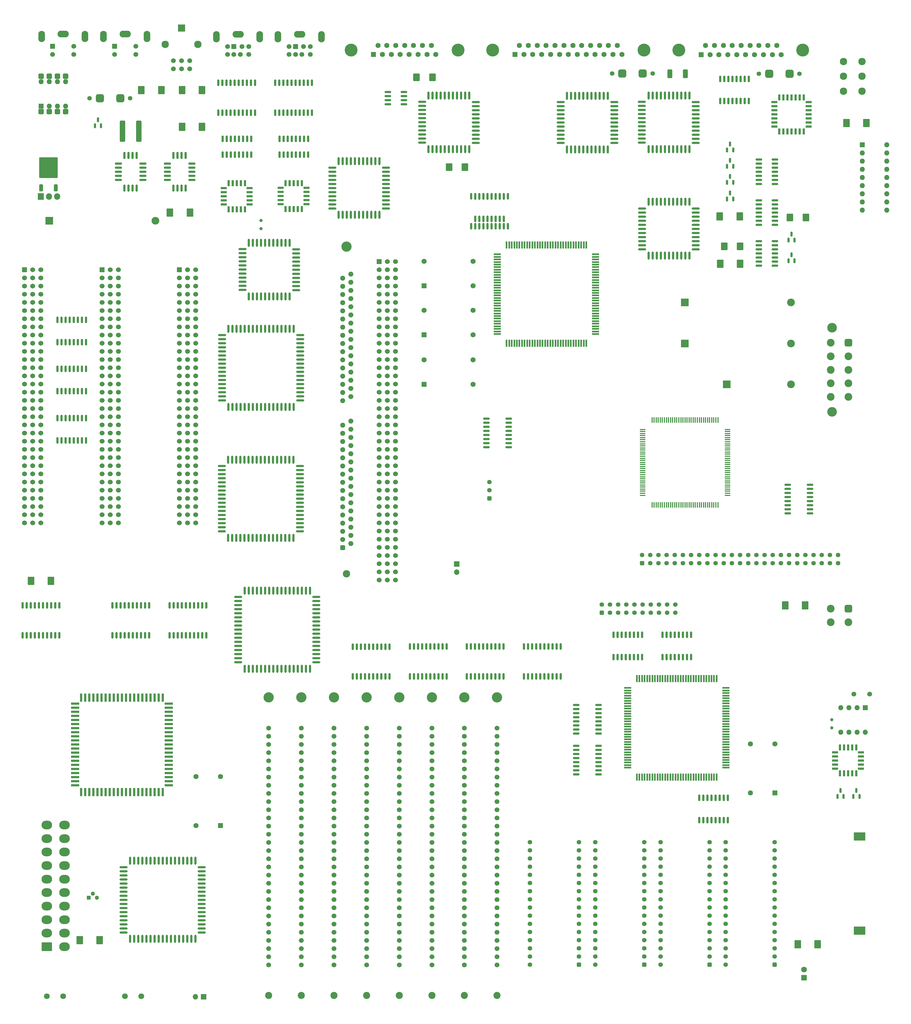
<source format=gbr>
%TF.GenerationSoftware,KiCad,Pcbnew,7.0.9*%
%TF.CreationDate,2024-06-15T20:43:59+01:00*%
%TF.ProjectId,IIci_Reloaded,49496369-5f52-4656-9c6f-616465642e6b,rev?*%
%TF.SameCoordinates,Original*%
%TF.FileFunction,Soldermask,Top*%
%TF.FilePolarity,Negative*%
%FSLAX46Y46*%
G04 Gerber Fmt 4.6, Leading zero omitted, Abs format (unit mm)*
G04 Created by KiCad (PCBNEW 7.0.9) date 2024-06-15 20:43:59*
%MOMM*%
%LPD*%
G01*
G04 APERTURE LIST*
G04 Aperture macros list*
%AMRoundRect*
0 Rectangle with rounded corners*
0 $1 Rounding radius*
0 $2 $3 $4 $5 $6 $7 $8 $9 X,Y pos of 4 corners*
0 Add a 4 corners polygon primitive as box body*
4,1,4,$2,$3,$4,$5,$6,$7,$8,$9,$2,$3,0*
0 Add four circle primitives for the rounded corners*
1,1,$1+$1,$2,$3*
1,1,$1+$1,$4,$5*
1,1,$1+$1,$6,$7*
1,1,$1+$1,$8,$9*
0 Add four rect primitives between the rounded corners*
20,1,$1+$1,$2,$3,$4,$5,0*
20,1,$1+$1,$4,$5,$6,$7,0*
20,1,$1+$1,$6,$7,$8,$9,0*
20,1,$1+$1,$8,$9,$2,$3,0*%
G04 Aperture macros list end*
%ADD10R,1.600000X1.600000*%
%ADD11O,1.600000X1.600000*%
%ADD12RoundRect,0.635000X0.635000X0.635000X-0.635000X0.635000X-0.635000X-0.635000X0.635000X-0.635000X0*%
%ADD13RoundRect,0.150000X-0.150000X-0.950000X0.150000X-0.950000X0.150000X0.950000X-0.150000X0.950000X0*%
%ADD14RoundRect,0.150000X-0.950000X0.150000X-0.950000X-0.150000X0.950000X-0.150000X0.950000X0.150000X0*%
%ADD15RoundRect,0.150000X0.150000X-0.587500X0.150000X0.587500X-0.150000X0.587500X-0.150000X-0.587500X0*%
%ADD16O,2.500000X0.650000*%
%ADD17O,0.650000X2.500000*%
%ADD18R,0.700000X1.925000*%
%ADD19R,1.925000X0.700000*%
%ADD20RoundRect,0.150000X-0.837500X-0.150000X0.837500X-0.150000X0.837500X0.150000X-0.837500X0.150000X0*%
%ADD21RoundRect,0.250000X0.562500X3.050000X-0.562500X3.050000X-0.562500X-3.050000X0.562500X-3.050000X0*%
%ADD22R,2.400000X2.400000*%
%ADD23O,2.400000X2.400000*%
%ADD24RoundRect,0.150000X0.150000X-0.837500X0.150000X0.837500X-0.150000X0.837500X-0.150000X-0.837500X0*%
%ADD25RoundRect,0.350000X0.350000X-0.350000X0.350000X0.350000X-0.350000X0.350000X-0.350000X-0.350000X0*%
%ADD26C,1.400000*%
%ADD27RoundRect,0.150000X-0.150000X0.837500X-0.150000X-0.837500X0.150000X-0.837500X0.150000X0.837500X0*%
%ADD28R,0.700000X2.500000*%
%ADD29R,2.500000X0.700000*%
%ADD30O,2.100000X3.500000*%
%ADD31O,3.500000X2.100000*%
%ADD32R,1.500000X1.500000*%
%ADD33C,1.500000*%
%ADD34C,3.000000*%
%ADD35RoundRect,0.600000X-0.600000X0.600000X-0.600000X-0.600000X0.600000X-0.600000X0.600000X0.600000X0*%
%ADD36C,2.400000*%
%ADD37RoundRect,0.250000X0.787500X0.925000X-0.787500X0.925000X-0.787500X-0.925000X0.787500X-0.925000X0*%
%ADD38RoundRect,0.250000X-0.500000X-1.100000X0.500000X-1.100000X0.500000X1.100000X-0.500000X1.100000X0*%
%ADD39RoundRect,0.150000X0.150000X-0.875000X0.150000X0.875000X-0.150000X0.875000X-0.150000X-0.875000X0*%
%ADD40RoundRect,0.250000X-0.787500X-1.025000X0.787500X-1.025000X0.787500X1.025000X-0.787500X1.025000X0*%
%ADD41C,3.200000*%
%ADD42C,2.200000*%
%ADD43C,1.600000*%
%ADD44RoundRect,0.150000X-0.825000X-0.150000X0.825000X-0.150000X0.825000X0.150000X-0.825000X0.150000X0*%
%ADD45R,1.300000X1.300000*%
%ADD46C,1.300000*%
%ADD47C,1.000000*%
%ADD48RoundRect,0.150000X0.837500X0.150000X-0.837500X0.150000X-0.837500X-0.150000X0.837500X-0.150000X0*%
%ADD49R,1.524000X1.524000*%
%ADD50C,1.524000*%
%ADD51RoundRect,0.350000X0.350000X0.350000X-0.350000X0.350000X-0.350000X-0.350000X0.350000X-0.350000X0*%
%ADD52RoundRect,0.250000X-0.787500X-0.925000X0.787500X-0.925000X0.787500X0.925000X-0.787500X0.925000X0*%
%ADD53RoundRect,0.150000X-0.150000X0.875000X-0.150000X-0.875000X0.150000X-0.875000X0.150000X0.875000X0*%
%ADD54R,1.800000X1.800000*%
%ADD55C,1.800000*%
%ADD56R,3.600000X2.600000*%
%ADD57R,1.905000X2.000000*%
%ADD58O,1.905000X2.000000*%
%ADD59R,1.800000X0.450000*%
%ADD60R,0.450000X1.800000*%
%ADD61C,4.000000*%
%ADD62RoundRect,0.380000X-0.420000X0.380000X-0.420000X-0.380000X0.420000X-0.380000X0.420000X0.380000X0*%
%ADD63O,1.600000X1.520000*%
%ADD64C,2.300000*%
%ADD65R,1.700000X1.700000*%
%ADD66O,1.700000X1.700000*%
%ADD67RoundRect,0.150000X0.150000X-0.825000X0.150000X0.825000X-0.150000X0.825000X-0.150000X-0.825000X0*%
%ADD68RoundRect,0.437500X-0.437500X-0.437500X0.437500X-0.437500X0.437500X0.437500X-0.437500X0.437500X0*%
%ADD69RoundRect,0.250000X0.787500X1.025000X-0.787500X1.025000X-0.787500X-1.025000X0.787500X-1.025000X0*%
%ADD70R,0.500000X2.200000*%
%ADD71R,2.200000X0.500000*%
%ADD72RoundRect,0.250000X0.350000X-0.850000X0.350000X0.850000X-0.350000X0.850000X-0.350000X-0.850000X0*%
%ADD73RoundRect,0.249997X2.650003X-2.950003X2.650003X2.950003X-2.650003X2.950003X-2.650003X-2.950003X0*%
%ADD74R,2.300000X2.300000*%
%ADD75RoundRect,0.250001X1.399999X-1.099999X1.399999X1.099999X-1.399999X1.099999X-1.399999X-1.099999X0*%
%ADD76O,3.300000X2.700000*%
%ADD77RoundRect,0.635000X-0.635000X-0.635000X0.635000X-0.635000X0.635000X0.635000X-0.635000X0.635000X0*%
G04 APERTURE END LIST*
D10*
%TO.C,U1*%
X880364000Y30734000D03*
D11*
X880364000Y28194000D03*
X880364000Y25654000D03*
X880364000Y23114000D03*
X880364000Y20574000D03*
X880364000Y18034000D03*
X880364000Y15494000D03*
X880364000Y12954000D03*
X880364000Y10414000D03*
X887984000Y10414000D03*
X887984000Y12954000D03*
X887984000Y15494000D03*
X887984000Y18034000D03*
X887984000Y20574000D03*
X887984000Y23114000D03*
X887984000Y25654000D03*
X887984000Y28194000D03*
X887984000Y30734000D03*
%TD*%
D12*
%TO.C,F2*%
X812021000Y52906600D03*
X805671000Y52906600D03*
%TD*%
D13*
%TO.C,UB3*%
X668638000Y17272000D03*
X669908000Y17272000D03*
D14*
X671813000Y19812000D03*
X671813000Y21082000D03*
X671813000Y22352000D03*
X671813000Y23622000D03*
X671813000Y24892000D03*
D13*
X669908000Y27432000D03*
X668638000Y27432000D03*
X667368000Y27432000D03*
X666098000Y27432000D03*
D14*
X664193000Y24892000D03*
X664193000Y23622000D03*
X664193000Y22352000D03*
X664193000Y21082000D03*
X664193000Y19812000D03*
D13*
X666098000Y17272000D03*
X667368000Y17272000D03*
%TD*%
%TO.C,UB2*%
X653423400Y17272000D03*
X654693400Y17272000D03*
D14*
X656598400Y19812000D03*
X656598400Y21082000D03*
X656598400Y22352000D03*
X656598400Y23622000D03*
X656598400Y24892000D03*
D13*
X654693400Y27432000D03*
X653423400Y27432000D03*
X652153400Y27432000D03*
X650883400Y27432000D03*
D14*
X648978400Y24892000D03*
X648978400Y23622000D03*
X648978400Y22352000D03*
X648978400Y21082000D03*
X648978400Y19812000D03*
D13*
X650883400Y17272000D03*
X652153400Y17272000D03*
%TD*%
D15*
%TO.C,Q3*%
X838325200Y13873000D03*
X840225200Y13873000D03*
X839275200Y15748000D03*
%TD*%
D16*
%TO.C,UD11*%
X828600600Y4594000D03*
X828600600Y5864000D03*
X828600600Y7134000D03*
X828600600Y8404000D03*
X828600600Y9674000D03*
X828600600Y10944000D03*
D17*
X826630600Y12994000D03*
X825360600Y12994000D03*
X824090600Y12994000D03*
X822820600Y12994000D03*
X821550600Y12994000D03*
X820280600Y12994000D03*
X819010600Y12994000D03*
X817740600Y12994000D03*
X816470600Y12994000D03*
X815200600Y12994000D03*
X813930600Y12994000D03*
D16*
X811900600Y10944000D03*
X811900600Y9674000D03*
X811900600Y8404000D03*
X811900600Y7134000D03*
X811900600Y5864000D03*
X811900600Y4594000D03*
X811900600Y3324000D03*
X811900600Y2054000D03*
X811900600Y784000D03*
X811900600Y-486000D03*
X811900600Y-1756000D03*
D17*
X813900600Y-3706000D03*
X815170600Y-3706000D03*
X816440600Y-3706000D03*
X817710600Y-3706000D03*
X818980600Y-3706000D03*
X820250600Y-3706000D03*
X821520600Y-3706000D03*
X822790600Y-3706000D03*
X824060600Y-3706000D03*
X825330600Y-3706000D03*
X826600600Y-3706000D03*
D16*
X828600600Y-1756000D03*
X828600600Y-486000D03*
X828600600Y784000D03*
X828600600Y2054000D03*
X828600600Y3324000D03*
%TD*%
D18*
%TO.C,UA13*%
X858350600Y34846400D03*
X859620600Y34846400D03*
X860890600Y34846400D03*
X862160600Y34846400D03*
D19*
X863673100Y36358900D03*
X863673100Y37628900D03*
X863673100Y38898900D03*
X863673100Y40168900D03*
X863673100Y41438900D03*
X863673100Y42708900D03*
X863673100Y43978900D03*
D18*
X862160600Y45491400D03*
X860890600Y45491400D03*
X859620600Y45491400D03*
X858350600Y45491400D03*
X857080600Y45491400D03*
X855810600Y45491400D03*
X854540600Y45491400D03*
D19*
X853028100Y43978900D03*
X853028100Y42708900D03*
X853028100Y41438900D03*
X853028100Y40168900D03*
X853028100Y38898900D03*
X853028100Y37628900D03*
X853028100Y36358900D03*
D18*
X854540600Y34846400D03*
X855810600Y34846400D03*
X857080600Y34846400D03*
%TD*%
D20*
%TO.C,RP9*%
X857207600Y-75057000D03*
X857207600Y-76327000D03*
X857207600Y-77597000D03*
X857207600Y-78867000D03*
X857207600Y-80137000D03*
X857207600Y-81407000D03*
X857207600Y-82677000D03*
X857207600Y-83947000D03*
X864132600Y-83947000D03*
X864132600Y-82677000D03*
X864132600Y-81407000D03*
X864132600Y-80137000D03*
X864132600Y-78867000D03*
X864132600Y-77597000D03*
X864132600Y-76327000D03*
X864132600Y-75057000D03*
%TD*%
D21*
%TO.C,C4*%
X655328400Y34975800D03*
X650253400Y34975800D03*
%TD*%
D22*
%TO.C,C8*%
X627464600Y7137400D03*
D23*
X660464600Y7137400D03*
%TD*%
D15*
%TO.C,Q1*%
X641678400Y36629100D03*
X643578400Y36629100D03*
X642628400Y38504100D03*
%TD*%
D24*
%TO.C,RP11*%
X818269400Y-128625600D03*
X819539400Y-128625600D03*
X820809400Y-128625600D03*
X822079400Y-128625600D03*
X823349400Y-128625600D03*
X824619400Y-128625600D03*
X825889400Y-128625600D03*
X827159400Y-128625600D03*
X827159400Y-121700600D03*
X825889400Y-121700600D03*
X824619400Y-121700600D03*
X823349400Y-121700600D03*
X822079400Y-121700600D03*
X820809400Y-121700600D03*
X819539400Y-121700600D03*
X818269400Y-121700600D03*
%TD*%
D25*
%TO.C,J16*%
X811880600Y-99390200D03*
D26*
X811880600Y-96850200D03*
X814420600Y-99390200D03*
X814420600Y-96850200D03*
X816960600Y-99390200D03*
X816960600Y-96850200D03*
X819500600Y-99390200D03*
X819500600Y-96850200D03*
X822040600Y-99390200D03*
X822040600Y-96850200D03*
X824580600Y-99390200D03*
X824580600Y-96850200D03*
X827120600Y-99390200D03*
X827120600Y-96850200D03*
X829660600Y-99390200D03*
X829660600Y-96850200D03*
X832200600Y-99390200D03*
X832200600Y-96850200D03*
X834740600Y-99390200D03*
X834740600Y-96850200D03*
X837280600Y-99390200D03*
X837280600Y-96850200D03*
X839820600Y-99390200D03*
X839820600Y-96850200D03*
X842360600Y-99390200D03*
X842360600Y-96850200D03*
X844900600Y-99390200D03*
X844900600Y-96850200D03*
X847440600Y-99390200D03*
X847440600Y-96850200D03*
X849980600Y-99390200D03*
X849980600Y-96850200D03*
X852520600Y-99390200D03*
X852520600Y-96850200D03*
X855060600Y-99390200D03*
X855060600Y-96850200D03*
X857600600Y-99390200D03*
X857600600Y-96850200D03*
X860140600Y-99390200D03*
X860140600Y-96850200D03*
X862680600Y-99390200D03*
X862680600Y-96850200D03*
X865220600Y-99390200D03*
X865220600Y-96850200D03*
X867760600Y-99390200D03*
X867760600Y-96850200D03*
X870300600Y-99390200D03*
X870300600Y-96850200D03*
X872840600Y-99390200D03*
X872840600Y-96850200D03*
%TD*%
D22*
%TO.C,C17*%
X838216000Y-43801800D03*
D23*
X858216000Y-43801800D03*
%TD*%
D27*
%TO.C,RP14*%
X838538600Y-172415200D03*
X837268600Y-172415200D03*
X835998600Y-172415200D03*
X834728600Y-172415200D03*
X833458600Y-172415200D03*
X832188600Y-172415200D03*
X830918600Y-172415200D03*
X829648600Y-172415200D03*
X829648600Y-179340200D03*
X830918600Y-179340200D03*
X832188600Y-179340200D03*
X833458600Y-179340200D03*
X834728600Y-179340200D03*
X835998600Y-179340200D03*
X837268600Y-179340200D03*
X838538600Y-179340200D03*
%TD*%
D28*
%TO.C,UK2*%
X650121400Y-141267100D03*
X648851400Y-141267100D03*
X647581400Y-141267100D03*
X646311400Y-141267100D03*
X645041400Y-141267100D03*
X643771400Y-141267100D03*
X642501400Y-141267100D03*
X641231400Y-141267100D03*
X639961400Y-141267100D03*
X638691400Y-141267100D03*
X637421400Y-141267100D03*
D29*
X635571400Y-143104600D03*
X635571400Y-144374600D03*
X635571400Y-145644600D03*
X635571400Y-146914600D03*
X635571400Y-148184600D03*
X635571400Y-149454600D03*
X635571400Y-150724600D03*
X635571400Y-151994600D03*
X635571400Y-153264600D03*
X635571400Y-154534600D03*
X635571400Y-155804600D03*
X635571400Y-157074600D03*
X635571400Y-158344600D03*
X635571400Y-159614600D03*
X635571400Y-160884600D03*
X635571400Y-162154600D03*
X635571400Y-163424600D03*
X635571400Y-164694600D03*
X635571400Y-165964600D03*
X635571400Y-167234600D03*
X635571400Y-168504600D03*
D28*
X637421400Y-170604600D03*
X638691400Y-170604600D03*
X639961400Y-170604600D03*
X641231400Y-170604600D03*
X642501400Y-170604600D03*
X643771400Y-170604600D03*
X645041400Y-170604600D03*
X646311400Y-170604600D03*
X647581400Y-170604600D03*
X648851400Y-170604600D03*
X650121400Y-170604600D03*
X651391400Y-170604600D03*
X652661400Y-170604600D03*
X653931400Y-170604600D03*
X655201400Y-170604600D03*
X656471400Y-170604600D03*
X657741400Y-170604600D03*
X659011400Y-170604600D03*
X660281400Y-170604600D03*
X661551400Y-170604600D03*
X662821400Y-170604600D03*
D29*
X664621400Y-168504600D03*
X664621400Y-167234600D03*
X664621400Y-165964600D03*
X664621400Y-164694600D03*
X664621400Y-163424600D03*
X664621400Y-162154600D03*
X664621400Y-160884600D03*
X664621400Y-159614600D03*
X664621400Y-158344600D03*
X664621400Y-157074600D03*
X664621400Y-155804600D03*
X664621400Y-154534600D03*
X664621400Y-153264600D03*
X664621400Y-151994600D03*
X664621400Y-150724600D03*
X664621400Y-149454600D03*
X664621400Y-148184600D03*
X664621400Y-146914600D03*
X664621400Y-145644600D03*
X664621400Y-144374600D03*
X664621400Y-143104600D03*
D28*
X662821400Y-141267100D03*
X661551400Y-141267100D03*
X660281400Y-141267100D03*
X659011400Y-141267100D03*
X657741400Y-141267100D03*
X656471400Y-141267100D03*
X655201400Y-141267100D03*
X653931400Y-141267100D03*
X652661400Y-141267100D03*
X651391400Y-141267100D03*
%TD*%
D30*
%TO.C,J1*%
X625093400Y64416400D03*
D31*
X631843400Y65166400D03*
D30*
X638593400Y64416400D03*
D32*
X628543400Y61366400D03*
D33*
X635143400Y61366400D03*
X628543400Y58866400D03*
X635143400Y58866400D03*
%TD*%
D34*
%TO.C,J14*%
X871002600Y-26161000D03*
X871002600Y-52361000D03*
D35*
X876042600Y-30861000D03*
D36*
X876042600Y-35061000D03*
X876042600Y-39261000D03*
X876042600Y-43461000D03*
X876042600Y-47661000D03*
X870542600Y-30861000D03*
X870542600Y-35061000D03*
X870542600Y-39261000D03*
X870542600Y-43461000D03*
X870542600Y-47661000D03*
%TD*%
D37*
%TO.C,C1*%
X746666800Y51689000D03*
X741741800Y51689000D03*
%TD*%
D30*
%TO.C,J2*%
X644346600Y64391000D03*
D31*
X651096600Y65141000D03*
D30*
X657846600Y64391000D03*
D32*
X647796600Y61341000D03*
D33*
X654396600Y61341000D03*
X647796600Y58841000D03*
X654396600Y58841000D03*
%TD*%
D38*
%TO.C,D1*%
X820543000Y52857400D03*
X825343000Y52857400D03*
%TD*%
D39*
%TO.C,RP1*%
X680042600Y40689000D03*
X681312600Y40689000D03*
X682582600Y40689000D03*
X683852600Y40689000D03*
X685122600Y40689000D03*
X686392600Y40689000D03*
X687662600Y40689000D03*
X688932600Y40689000D03*
X690202600Y40689000D03*
X691472600Y40689000D03*
X691472600Y49989000D03*
X690202600Y49989000D03*
X688932600Y49989000D03*
X687662600Y49989000D03*
X686392600Y49989000D03*
X685122600Y49989000D03*
X683852600Y49989000D03*
X682582600Y49989000D03*
X681312600Y49989000D03*
X680042600Y49989000D03*
%TD*%
D40*
%TO.C,C16*%
X621786700Y-104876600D03*
X628011700Y-104876600D03*
%TD*%
D39*
%TO.C,RP2*%
X697797200Y40687200D03*
X699067200Y40687200D03*
X700337200Y40687200D03*
X701607200Y40687200D03*
X702877200Y40687200D03*
X704147200Y40687200D03*
X705417200Y40687200D03*
X706687200Y40687200D03*
X707957200Y40687200D03*
X709227200Y40687200D03*
X709227200Y49987200D03*
X707957200Y49987200D03*
X706687200Y49987200D03*
X705417200Y49987200D03*
X704147200Y49987200D03*
X702877200Y49987200D03*
X701607200Y49987200D03*
X700337200Y49987200D03*
X699067200Y49987200D03*
X697797200Y49987200D03*
%TD*%
D33*
%TO.C,J20*%
X726194400Y-224358200D03*
X726194400Y-221818200D03*
X726194400Y-219278200D03*
X726194400Y-216738200D03*
X726194400Y-214198200D03*
X726194400Y-211658200D03*
X726194400Y-209118200D03*
X726194400Y-206578200D03*
X726194400Y-204038200D03*
X726194400Y-201498200D03*
X726194400Y-198958200D03*
X726194400Y-196418200D03*
X726194400Y-193878200D03*
X726194400Y-191338200D03*
X726194400Y-188798200D03*
X726194400Y-186258200D03*
X726194400Y-183718200D03*
X726194400Y-181178200D03*
X726194400Y-178638200D03*
X726194400Y-176098200D03*
X726194400Y-173558200D03*
X726194400Y-171018200D03*
X726194400Y-168478200D03*
X726194400Y-165938200D03*
X726194400Y-163398200D03*
X726194400Y-160858200D03*
X726194400Y-158318200D03*
X726194400Y-155778200D03*
X726194400Y-153238200D03*
X726194400Y-150698200D03*
X716034400Y-224358200D03*
X716034400Y-221818200D03*
X716034400Y-219278200D03*
X716034400Y-216738200D03*
X716034400Y-214198200D03*
X716034400Y-211658200D03*
X716034400Y-209118200D03*
X716034400Y-206578200D03*
X716034400Y-204038200D03*
X716034400Y-201498200D03*
X716034400Y-198958200D03*
X716034400Y-196418200D03*
X716034400Y-193878200D03*
X716034400Y-191338200D03*
X716034400Y-188798200D03*
X716034400Y-186258200D03*
X716034400Y-183718200D03*
X716034400Y-181178200D03*
X716034400Y-178638200D03*
X716034400Y-176098200D03*
X716034400Y-173558200D03*
X716034400Y-171018200D03*
X716034400Y-168478200D03*
X716034400Y-165938200D03*
X716034400Y-163398200D03*
X716034400Y-160858200D03*
X716034400Y-158318200D03*
X716034400Y-155778200D03*
X716034400Y-153238200D03*
X716034400Y-150698200D03*
D41*
X716034400Y-141173200D03*
D42*
X716034400Y-233883200D03*
D41*
X726194400Y-141173200D03*
D42*
X726194400Y-233883200D03*
%TD*%
D39*
%TO.C,UJ7*%
X739631000Y-134649000D03*
X740901000Y-134649000D03*
X742171000Y-134649000D03*
X743441000Y-134649000D03*
X744711000Y-134649000D03*
X745981000Y-134649000D03*
X747251000Y-134649000D03*
X748521000Y-134649000D03*
X749791000Y-134649000D03*
X751061000Y-134649000D03*
X751061000Y-125349000D03*
X749791000Y-125349000D03*
X748521000Y-125349000D03*
X747251000Y-125349000D03*
X745981000Y-125349000D03*
X744711000Y-125349000D03*
X743441000Y-125349000D03*
X742171000Y-125349000D03*
X740901000Y-125349000D03*
X739631000Y-125349000D03*
%TD*%
D40*
%TO.C,C9*%
X665017500Y9677400D03*
X671242500Y9677400D03*
%TD*%
D10*
%TO.C,Y4*%
X744076000Y-43764200D03*
D43*
X759316000Y-43764200D03*
X759316000Y-36144200D03*
X744076000Y-36144200D03*
%TD*%
D12*
%TO.C,F1*%
X649562600Y45161200D03*
X643212600Y45161200D03*
%TD*%
D44*
%TO.C,U11*%
X732826800Y47167800D03*
X732826800Y45897800D03*
X732826800Y44627800D03*
X732826800Y43357800D03*
X737776800Y43357800D03*
X737776800Y44627800D03*
X737776800Y45897800D03*
X737776800Y47167800D03*
%TD*%
D45*
%TO.C,Q6*%
X639749800Y-203504800D03*
D46*
X641019800Y-202234800D03*
X642289800Y-203504800D03*
%TD*%
D19*
%TO.C,UK14*%
X871888800Y-160756600D03*
X871888800Y-162026600D03*
X871888800Y-163296600D03*
D18*
X873401300Y-164809100D03*
X874671300Y-164809100D03*
X875941300Y-164809100D03*
X877211300Y-164809100D03*
X878481300Y-164809100D03*
D19*
X879993800Y-163296600D03*
X879993800Y-162026600D03*
X879993800Y-160756600D03*
X879993800Y-159486600D03*
X879993800Y-158216600D03*
D18*
X878481300Y-156704100D03*
X877211300Y-156704100D03*
X875941300Y-156704100D03*
X874671300Y-156704100D03*
X873401300Y-156704100D03*
D19*
X871888800Y-158216600D03*
X871888800Y-159486600D03*
%TD*%
D47*
%TO.C,Y1*%
X693377600Y4648200D03*
X693377600Y7188200D03*
%TD*%
D48*
%TO.C,RP12*%
X798321200Y-152400000D03*
X798321200Y-151130000D03*
X798321200Y-149860000D03*
X798321200Y-148590000D03*
X798321200Y-147320000D03*
X798321200Y-146050000D03*
X798321200Y-144780000D03*
X798321200Y-143510000D03*
X791396200Y-143510000D03*
X791396200Y-144780000D03*
X791396200Y-146050000D03*
X791396200Y-147320000D03*
X791396200Y-148590000D03*
X791396200Y-149860000D03*
X791396200Y-151130000D03*
X791396200Y-152400000D03*
%TD*%
D49*
%TO.C,J9*%
X619743000Y-8153400D03*
D50*
X619743000Y-10693400D03*
X619743000Y-13233400D03*
X619743000Y-15773400D03*
X619743000Y-18313400D03*
X619743000Y-20853400D03*
X619743000Y-23393400D03*
X619743000Y-25933400D03*
X619743000Y-28473400D03*
X619743000Y-31013400D03*
X619743000Y-33553400D03*
X619743000Y-36093400D03*
X619743000Y-38633400D03*
X619743000Y-41173400D03*
X619743000Y-43713400D03*
X619743000Y-46253400D03*
X619743000Y-48793400D03*
X619743000Y-51333400D03*
X619743000Y-53873400D03*
X619743000Y-56413400D03*
X619743000Y-58953400D03*
X619743000Y-61493400D03*
X619743000Y-64033400D03*
X619743000Y-66573400D03*
X619743000Y-69113400D03*
X619743000Y-71653400D03*
X619743000Y-74193400D03*
X619743000Y-76733400D03*
X619743000Y-79273400D03*
X619743000Y-81813400D03*
X619743000Y-84353400D03*
X619743000Y-86893400D03*
X622283000Y-8153400D03*
X622283000Y-10693400D03*
X622283000Y-13233400D03*
X622283000Y-15773400D03*
X622283000Y-18313400D03*
X622283000Y-20853400D03*
X622283000Y-23393400D03*
X622283000Y-25933400D03*
X622283000Y-28473400D03*
X622283000Y-31013400D03*
X622283000Y-33553400D03*
X622283000Y-36093400D03*
X622283000Y-38633400D03*
X622283000Y-41173400D03*
X622283000Y-43713400D03*
X622283000Y-46253400D03*
X622283000Y-48793400D03*
X622283000Y-51333400D03*
X622283000Y-53873400D03*
X622283000Y-56413400D03*
X622283000Y-58953400D03*
X622283000Y-61493400D03*
X622283000Y-64033400D03*
X622283000Y-66573400D03*
X622283000Y-69113400D03*
X622283000Y-71653400D03*
X622283000Y-74193400D03*
X622283000Y-76733400D03*
X622283000Y-79273400D03*
X622283000Y-81813400D03*
X622283000Y-84353400D03*
X622283000Y-86893400D03*
X624823000Y-8153400D03*
X624823000Y-10693400D03*
X624823000Y-13233400D03*
X624823000Y-15773400D03*
X624823000Y-18313400D03*
X624823000Y-20853400D03*
X624823000Y-23393400D03*
X624823000Y-25933400D03*
X624823000Y-28473400D03*
X624823000Y-31013400D03*
X624823000Y-33553400D03*
X624823000Y-36093400D03*
X624823000Y-38633400D03*
X624823000Y-41173400D03*
X624823000Y-43713400D03*
X624823000Y-46253400D03*
X624823000Y-48793400D03*
X624823000Y-51333400D03*
X624823000Y-53873400D03*
X624823000Y-56413400D03*
X624823000Y-58953400D03*
X624823000Y-61493400D03*
X624823000Y-64033400D03*
X624823000Y-66573400D03*
X624823000Y-69113400D03*
X624823000Y-71653400D03*
X624823000Y-74193400D03*
X624823000Y-76733400D03*
X624823000Y-79273400D03*
X624823000Y-81813400D03*
X624823000Y-84353400D03*
X624823000Y-86893400D03*
%TD*%
D51*
%TO.C,UM11*%
X832849000Y-224256600D03*
D26*
X832849000Y-221716600D03*
X832849000Y-219176600D03*
X832849000Y-216636600D03*
X832849000Y-214096600D03*
X832849000Y-211556600D03*
X832849000Y-209016600D03*
X832849000Y-206476600D03*
X832849000Y-203936600D03*
X832849000Y-201396600D03*
X832849000Y-198856600D03*
X832849000Y-196316600D03*
X832849000Y-193776600D03*
X832849000Y-191236600D03*
X832849000Y-188696600D03*
X832849000Y-186156600D03*
X817609000Y-186156600D03*
X817609000Y-188696600D03*
X817609000Y-191236600D03*
X817609000Y-193776600D03*
X817609000Y-196316600D03*
X817609000Y-198856600D03*
X817609000Y-201396600D03*
X817609000Y-203936600D03*
X817609000Y-206476600D03*
X817609000Y-209016600D03*
X817609000Y-211556600D03*
X817609000Y-214096600D03*
X817609000Y-216636600D03*
X817609000Y-219176600D03*
X817609000Y-221716600D03*
X817609000Y-224256600D03*
%TD*%
D52*
%TO.C,C11*%
X857893400Y8153400D03*
X862818400Y8153400D03*
%TD*%
D44*
%TO.C,UE13*%
X848241400Y762000D03*
X848241400Y-508000D03*
X848241400Y-1778000D03*
X848241400Y-3048000D03*
X848241400Y-4318000D03*
X848241400Y-5588000D03*
X848241400Y-6858000D03*
X853191400Y-6858000D03*
X853191400Y-5588000D03*
X853191400Y-4318000D03*
X853191400Y-3048000D03*
X853191400Y-1778000D03*
X853191400Y-508000D03*
X853191400Y762000D03*
%TD*%
%TO.C,UD13*%
X848241400Y13462000D03*
X848241400Y12192000D03*
X848241400Y10922000D03*
X848241400Y9652000D03*
X848241400Y8382000D03*
X848241400Y7112000D03*
X848241400Y5842000D03*
X853191400Y5842000D03*
X853191400Y7112000D03*
X853191400Y8382000D03*
X853191400Y9652000D03*
X853191400Y10922000D03*
X853191400Y12192000D03*
X853191400Y13462000D03*
%TD*%
D15*
%TO.C,D6*%
X857400600Y1069100D03*
X859300600Y1069100D03*
X858350600Y2944100D03*
%TD*%
D53*
%TO.C,UH1*%
X630639600Y-112572800D03*
X629369600Y-112572800D03*
X628099600Y-112572800D03*
X626829600Y-112572800D03*
X625559600Y-112572800D03*
X624289600Y-112572800D03*
X623019600Y-112572800D03*
X621749600Y-112572800D03*
X620479600Y-112572800D03*
X619209600Y-112572800D03*
X619209600Y-121872800D03*
X620479600Y-121872800D03*
X621749600Y-121872800D03*
X623019600Y-121872800D03*
X624289600Y-121872800D03*
X625559600Y-121872800D03*
X626829600Y-121872800D03*
X628099600Y-121872800D03*
X629369600Y-121872800D03*
X630639600Y-121872800D03*
%TD*%
D22*
%TO.C,C15*%
X825223600Y-31064200D03*
D23*
X858223600Y-31064200D03*
%TD*%
D17*
%TO.C,UF4*%
X693389600Y-50795400D03*
X694659600Y-50795400D03*
X695929600Y-50795400D03*
X697199600Y-50795400D03*
X698469600Y-50795400D03*
X699739600Y-50795400D03*
X701009600Y-50795400D03*
X702279600Y-50795400D03*
X703549600Y-50795400D03*
D16*
X705539600Y-48805400D03*
X705539600Y-47535400D03*
X705539600Y-46265400D03*
X705539600Y-44995400D03*
X705539600Y-43725400D03*
X705539600Y-42455400D03*
X705539600Y-41185400D03*
X705539600Y-39915400D03*
X705539600Y-38645400D03*
X705539600Y-37375400D03*
X705539600Y-36105400D03*
X705539600Y-34835400D03*
X705539600Y-33565400D03*
X705539600Y-32295400D03*
X705539600Y-31025400D03*
X705539600Y-29755400D03*
X705539600Y-28485400D03*
D17*
X703549600Y-26495400D03*
X702279600Y-26495400D03*
X701009600Y-26495400D03*
X699739600Y-26495400D03*
X698469600Y-26495400D03*
X697199600Y-26495400D03*
X695929600Y-26495400D03*
X694659600Y-26495400D03*
X693389600Y-26495400D03*
X692119600Y-26495400D03*
X690849600Y-26495400D03*
X689579600Y-26495400D03*
X688309600Y-26495400D03*
X687039600Y-26495400D03*
X685769600Y-26495400D03*
X684499600Y-26495400D03*
X683229600Y-26495400D03*
D16*
X681239600Y-28495400D03*
X681239600Y-29765400D03*
X681239600Y-31035400D03*
X681239600Y-32305400D03*
X681239600Y-33575400D03*
X681239600Y-34845400D03*
X681239600Y-36115400D03*
X681239600Y-37385400D03*
X681239600Y-38655400D03*
X681239600Y-39925400D03*
X681239600Y-41195400D03*
X681239600Y-42465400D03*
X681239600Y-43735400D03*
X681239600Y-45005400D03*
X681239600Y-46275400D03*
X681239600Y-47545400D03*
X681239600Y-48815400D03*
D17*
X683229600Y-50795400D03*
X684499600Y-50795400D03*
X685769600Y-50795400D03*
X687039600Y-50795400D03*
X688309600Y-50795400D03*
X689579600Y-50795400D03*
X690849600Y-50795400D03*
X692119600Y-50795400D03*
%TD*%
D54*
%TO.C,DS1*%
X862236800Y-228320600D03*
D55*
X862236800Y-225780600D03*
%TD*%
D56*
%TO.C,BT1*%
X879508800Y-184435200D03*
X879508800Y-213735200D03*
%TD*%
D48*
%TO.C,RP13*%
X798321200Y-165100000D03*
X798321200Y-163830000D03*
X798321200Y-162560000D03*
X798321200Y-161290000D03*
X798321200Y-160020000D03*
X798321200Y-158750000D03*
X798321200Y-157480000D03*
X798321200Y-156210000D03*
X791396200Y-156210000D03*
X791396200Y-157480000D03*
X791396200Y-158750000D03*
X791396200Y-160020000D03*
X791396200Y-161290000D03*
X791396200Y-162560000D03*
X791396200Y-163830000D03*
X791396200Y-165100000D03*
%TD*%
D17*
%TO.C,UC6*%
X723806800Y8947400D03*
X725076800Y8947400D03*
X726346800Y8947400D03*
X727616800Y8947400D03*
X728886800Y8947400D03*
X730156800Y8947400D03*
D16*
X732206800Y10917400D03*
X732206800Y12187400D03*
X732206800Y13457400D03*
X732206800Y14727400D03*
X732206800Y15997400D03*
X732206800Y17267400D03*
X732206800Y18537400D03*
X732206800Y19807400D03*
X732206800Y21077400D03*
X732206800Y22347400D03*
X732206800Y23617400D03*
D17*
X730156800Y25647400D03*
X728886800Y25647400D03*
X727616800Y25647400D03*
X726346800Y25647400D03*
X725076800Y25647400D03*
X723806800Y25647400D03*
X722536800Y25647400D03*
X721266800Y25647400D03*
X719996800Y25647400D03*
X718726800Y25647400D03*
X717456800Y25647400D03*
D16*
X715506800Y23647400D03*
X715506800Y22377400D03*
X715506800Y21107400D03*
X715506800Y19837400D03*
X715506800Y18567400D03*
X715506800Y17297400D03*
X715506800Y16027400D03*
X715506800Y14757400D03*
X715506800Y13487400D03*
X715506800Y12217400D03*
X715506800Y10947400D03*
D17*
X717456800Y8947400D03*
X718726800Y8947400D03*
X719996800Y8947400D03*
X721266800Y8947400D03*
X722536800Y8947400D03*
%TD*%
D47*
%TO.C,Y5*%
X870942600Y-148052000D03*
X870942600Y-150592000D03*
%TD*%
D40*
%TO.C,C6*%
X875470200Y37465000D03*
X881695200Y37465000D03*
%TD*%
D27*
%TO.C,RP4*%
X768866400Y14630400D03*
X767596400Y14630400D03*
X766326400Y14630400D03*
X765056400Y14630400D03*
X763786400Y14630400D03*
X762516400Y14630400D03*
X761246400Y14630400D03*
X759976400Y14630400D03*
X759976400Y7705400D03*
X761246400Y7705400D03*
X762516400Y7705400D03*
X763786400Y7705400D03*
X765056400Y7705400D03*
X766326400Y7705400D03*
X767596400Y7705400D03*
X768866400Y7705400D03*
%TD*%
D10*
%TO.C,Y6*%
X853169000Y-170840400D03*
D43*
X853169000Y-155600400D03*
X845549000Y-155600400D03*
X845549000Y-170840400D03*
%TD*%
D33*
%TO.C,J22*%
X766783600Y-224358200D03*
X766783600Y-221818200D03*
X766783600Y-219278200D03*
X766783600Y-216738200D03*
X766783600Y-214198200D03*
X766783600Y-211658200D03*
X766783600Y-209118200D03*
X766783600Y-206578200D03*
X766783600Y-204038200D03*
X766783600Y-201498200D03*
X766783600Y-198958200D03*
X766783600Y-196418200D03*
X766783600Y-193878200D03*
X766783600Y-191338200D03*
X766783600Y-188798200D03*
X766783600Y-186258200D03*
X766783600Y-183718200D03*
X766783600Y-181178200D03*
X766783600Y-178638200D03*
X766783600Y-176098200D03*
X766783600Y-173558200D03*
X766783600Y-171018200D03*
X766783600Y-168478200D03*
X766783600Y-165938200D03*
X766783600Y-163398200D03*
X766783600Y-160858200D03*
X766783600Y-158318200D03*
X766783600Y-155778200D03*
X766783600Y-153238200D03*
X766783600Y-150698200D03*
X756623600Y-224358200D03*
X756623600Y-221818200D03*
X756623600Y-219278200D03*
X756623600Y-216738200D03*
X756623600Y-214198200D03*
X756623600Y-211658200D03*
X756623600Y-209118200D03*
X756623600Y-206578200D03*
X756623600Y-204038200D03*
X756623600Y-201498200D03*
X756623600Y-198958200D03*
X756623600Y-196418200D03*
X756623600Y-193878200D03*
X756623600Y-191338200D03*
X756623600Y-188798200D03*
X756623600Y-186258200D03*
X756623600Y-183718200D03*
X756623600Y-181178200D03*
X756623600Y-178638200D03*
X756623600Y-176098200D03*
X756623600Y-173558200D03*
X756623600Y-171018200D03*
X756623600Y-168478200D03*
X756623600Y-165938200D03*
X756623600Y-163398200D03*
X756623600Y-160858200D03*
X756623600Y-158318200D03*
X756623600Y-155778200D03*
X756623600Y-153238200D03*
X756623600Y-150698200D03*
D41*
X756623600Y-141173200D03*
D42*
X756623600Y-233883200D03*
D41*
X766783600Y-141173200D03*
D42*
X766783600Y-233883200D03*
%TD*%
D24*
%TO.C,RP5*%
X630004600Y-30648600D03*
X631274600Y-30648600D03*
X632544600Y-30648600D03*
X633814600Y-30648600D03*
X635084600Y-30648600D03*
X636354600Y-30648600D03*
X637624600Y-30648600D03*
X638894600Y-30648600D03*
X638894600Y-23723600D03*
X637624600Y-23723600D03*
X636354600Y-23723600D03*
X635084600Y-23723600D03*
X633814600Y-23723600D03*
X632544600Y-23723600D03*
X631274600Y-23723600D03*
X630004600Y-23723600D03*
%TD*%
D20*
%TO.C,RP8*%
X763440000Y-54457600D03*
X763440000Y-55727600D03*
X763440000Y-56997600D03*
X763440000Y-58267600D03*
X763440000Y-59537600D03*
X763440000Y-60807600D03*
X763440000Y-62077600D03*
X763440000Y-63347600D03*
X770365000Y-63347600D03*
X770365000Y-62077600D03*
X770365000Y-60807600D03*
X770365000Y-59537600D03*
X770365000Y-58267600D03*
X770365000Y-56997600D03*
X770365000Y-55727600D03*
X770365000Y-54457600D03*
%TD*%
D57*
%TO.C,QZ2*%
X624848400Y14655800D03*
D58*
X627388400Y14655800D03*
X629928400Y14655800D03*
%TD*%
D24*
%TO.C,RP6*%
X630004600Y-45914000D03*
X631274600Y-45914000D03*
X632544600Y-45914000D03*
X633814600Y-45914000D03*
X635084600Y-45914000D03*
X636354600Y-45914000D03*
X637624600Y-45914000D03*
X638894600Y-45914000D03*
X638894600Y-38989000D03*
X637624600Y-38989000D03*
X636354600Y-38989000D03*
X635084600Y-38989000D03*
X633814600Y-38989000D03*
X632544600Y-38989000D03*
X631274600Y-38989000D03*
X630004600Y-38989000D03*
%TD*%
D40*
%TO.C,C3*%
X668790400Y47701200D03*
X675015400Y47701200D03*
%TD*%
D51*
%TO.C,UM10*%
X812529000Y-224256600D03*
D26*
X812529000Y-221716600D03*
X812529000Y-219176600D03*
X812529000Y-216636600D03*
X812529000Y-214096600D03*
X812529000Y-211556600D03*
X812529000Y-209016600D03*
X812529000Y-206476600D03*
X812529000Y-203936600D03*
X812529000Y-201396600D03*
X812529000Y-198856600D03*
X812529000Y-196316600D03*
X812529000Y-193776600D03*
X812529000Y-191236600D03*
X812529000Y-188696600D03*
X812529000Y-186156600D03*
X797289000Y-186156600D03*
X797289000Y-188696600D03*
X797289000Y-191236600D03*
X797289000Y-193776600D03*
X797289000Y-196316600D03*
X797289000Y-198856600D03*
X797289000Y-201396600D03*
X797289000Y-203936600D03*
X797289000Y-206476600D03*
X797289000Y-209016600D03*
X797289000Y-211556600D03*
X797289000Y-214096600D03*
X797289000Y-216636600D03*
X797289000Y-219176600D03*
X797289000Y-221716600D03*
X797289000Y-224256600D03*
%TD*%
D15*
%TO.C,D5*%
X838315000Y18999200D03*
X840215000Y18999200D03*
X839265000Y20874200D03*
%TD*%
D10*
%TO.C,U2*%
X881303800Y-144348200D03*
D11*
X878763800Y-144348200D03*
X876223800Y-144348200D03*
X873683800Y-144348200D03*
X873683800Y-151968200D03*
X876223800Y-151968200D03*
X878763800Y-151968200D03*
X881303800Y-151968200D03*
%TD*%
D30*
%TO.C,J5*%
X698647600Y64365600D03*
D31*
X705397600Y65115600D03*
D30*
X712147600Y64365600D03*
D32*
X704097600Y61315600D03*
D33*
X706597600Y61315600D03*
X702097600Y61315600D03*
X704097600Y58815600D03*
X708697600Y61315600D03*
X702097600Y58815600D03*
X706097600Y58815600D03*
X708697600Y58815600D03*
%TD*%
D30*
%TO.C,J4*%
X679456000Y64365600D03*
D31*
X686206000Y65115600D03*
D30*
X692956000Y64365600D03*
D32*
X684906000Y61315600D03*
D33*
X687406000Y61315600D03*
X682906000Y61315600D03*
X684906000Y58815600D03*
X689506000Y61315600D03*
X682906000Y58815600D03*
X686906000Y58815600D03*
X689506000Y58815600D03*
%TD*%
D15*
%TO.C,D3*%
X838325200Y29113000D03*
X840225200Y29113000D03*
X839275200Y30988000D03*
%TD*%
%TO.C,D8*%
X877608800Y-171958000D03*
X879508800Y-171958000D03*
X878558800Y-170083000D03*
%TD*%
D59*
%TO.C,UG11*%
X838437000Y-68050400D03*
X838437000Y-67410400D03*
X838437000Y-66770400D03*
X838437000Y-66130400D03*
X838437000Y-65490400D03*
X838437000Y-64850400D03*
X838437000Y-64210400D03*
X838437000Y-63570400D03*
X838437000Y-62930400D03*
X838437000Y-62290400D03*
X838437000Y-61650400D03*
X838437000Y-61010400D03*
X838437000Y-60370400D03*
X838437000Y-59730400D03*
X838437000Y-59090400D03*
X838437000Y-58450400D03*
X838437000Y-57810400D03*
D60*
X835477000Y-54850400D03*
X834837000Y-54850400D03*
X834197000Y-54850400D03*
X833557000Y-54850400D03*
X832917000Y-54850400D03*
X832277000Y-54850400D03*
X831637000Y-54850400D03*
X830997000Y-54850400D03*
X830357000Y-54850400D03*
X829717000Y-54850400D03*
X829077000Y-54850400D03*
X828437000Y-54850400D03*
X827797000Y-54850400D03*
X827157000Y-54850400D03*
X826517000Y-54850400D03*
X825877000Y-54850400D03*
X825237000Y-54850400D03*
X824597000Y-54850400D03*
X823957000Y-54850400D03*
X823317000Y-54850400D03*
X822677000Y-54850400D03*
X822037000Y-54850400D03*
X821397000Y-54850400D03*
X820757000Y-54850400D03*
X820117000Y-54850400D03*
X819477000Y-54850400D03*
X818837000Y-54850400D03*
X818197000Y-54850400D03*
X817557000Y-54850400D03*
X816917000Y-54850400D03*
X816277000Y-54850400D03*
X815637000Y-54850400D03*
X814997000Y-54850400D03*
D59*
X812037000Y-57810400D03*
X812037000Y-58450400D03*
X812037000Y-59090400D03*
X812037000Y-59730400D03*
X812037000Y-60370400D03*
X812037000Y-61010400D03*
X812037000Y-61650400D03*
X812037000Y-62290400D03*
X812037000Y-62930400D03*
X812037000Y-63570400D03*
X812037000Y-64210400D03*
X812037000Y-64850400D03*
X812037000Y-65490400D03*
X812037000Y-66130400D03*
X812037000Y-66770400D03*
X812037000Y-67410400D03*
X812037000Y-68050400D03*
X812037000Y-68690400D03*
X812037000Y-69330400D03*
X812037000Y-69970400D03*
X812037000Y-70610400D03*
X812037000Y-71250400D03*
X812037000Y-71890400D03*
X812037000Y-72530400D03*
X812037000Y-73170400D03*
X812037000Y-73810400D03*
X812037000Y-74450400D03*
X812037000Y-75090400D03*
X812037000Y-75730400D03*
X812037000Y-76370400D03*
X812037000Y-77010400D03*
X812037000Y-77650400D03*
X812037000Y-78290400D03*
D60*
X814997000Y-81250400D03*
X815637000Y-81250400D03*
X816277000Y-81250400D03*
X816917000Y-81250400D03*
X817557000Y-81250400D03*
X818197000Y-81250400D03*
X818837000Y-81250400D03*
X819477000Y-81250400D03*
X820117000Y-81250400D03*
X820757000Y-81250400D03*
X821397000Y-81250400D03*
X822037000Y-81250400D03*
X822677000Y-81250400D03*
X823317000Y-81250400D03*
X823957000Y-81250400D03*
X824597000Y-81250400D03*
X825237000Y-81250400D03*
X825877000Y-81250400D03*
X826517000Y-81250400D03*
X827157000Y-81250400D03*
X827797000Y-81250400D03*
X828437000Y-81250400D03*
X829077000Y-81250400D03*
X829717000Y-81250400D03*
X830357000Y-81250400D03*
X830997000Y-81250400D03*
X831637000Y-81250400D03*
X832277000Y-81250400D03*
X832917000Y-81250400D03*
X833557000Y-81250400D03*
X834197000Y-81250400D03*
X834837000Y-81250400D03*
X835477000Y-81250400D03*
D59*
X838437000Y-78290400D03*
X838437000Y-77650400D03*
X838437000Y-77010400D03*
X838437000Y-76370400D03*
X838437000Y-75730400D03*
X838437000Y-75090400D03*
X838437000Y-74450400D03*
X838437000Y-73810400D03*
X838437000Y-73170400D03*
X838437000Y-72530400D03*
X838437000Y-71890400D03*
X838437000Y-71250400D03*
X838437000Y-70610400D03*
X838437000Y-69970400D03*
X838437000Y-69330400D03*
X838437000Y-68690400D03*
%TD*%
D25*
%TO.C,J17*%
X799333000Y-114808000D03*
D26*
X799333000Y-112268000D03*
X801873000Y-114808000D03*
X801873000Y-112268000D03*
X804413000Y-114808000D03*
X804413000Y-112268000D03*
X806953000Y-114808000D03*
X806953000Y-112268000D03*
X809493000Y-114808000D03*
X809493000Y-112268000D03*
X812033000Y-114808000D03*
X812033000Y-112268000D03*
X814573000Y-114808000D03*
X814573000Y-112268000D03*
X817113000Y-114808000D03*
X817113000Y-112268000D03*
X819653000Y-114808000D03*
X819653000Y-112268000D03*
X822193000Y-114808000D03*
X822193000Y-112268000D03*
%TD*%
D10*
%TO.C,L1*%
X624962000Y42722800D03*
D11*
X627502000Y42722800D03*
X630042000Y42722800D03*
X632582000Y42722800D03*
X632582000Y50342800D03*
X630042000Y50342800D03*
X627502000Y50342800D03*
X624962000Y50342800D03*
%TD*%
D52*
%TO.C,C12*%
X837446400Y-863600D03*
X842371400Y-863600D03*
%TD*%
D10*
%TO.C,Y2*%
X744076000Y-13131800D03*
D43*
X759316000Y-13131800D03*
X759316000Y-5511800D03*
X744076000Y-5511800D03*
%TD*%
D51*
%TO.C,J15*%
X764421400Y-79273400D03*
D26*
X764421400Y-76733400D03*
X764421400Y-74193400D03*
%TD*%
D24*
%TO.C,RP10*%
X803029400Y-128616400D03*
X804299400Y-128616400D03*
X805569400Y-128616400D03*
X806839400Y-128616400D03*
X808109400Y-128616400D03*
X809379400Y-128616400D03*
X810649400Y-128616400D03*
X811919400Y-128616400D03*
X811919400Y-121691400D03*
X810649400Y-121691400D03*
X809379400Y-121691400D03*
X808109400Y-121691400D03*
X806839400Y-121691400D03*
X805569400Y-121691400D03*
X804299400Y-121691400D03*
X803029400Y-121691400D03*
%TD*%
D51*
%TO.C,UM9*%
X792209000Y-224256600D03*
D26*
X792209000Y-221716600D03*
X792209000Y-219176600D03*
X792209000Y-216636600D03*
X792209000Y-214096600D03*
X792209000Y-211556600D03*
X792209000Y-209016600D03*
X792209000Y-206476600D03*
X792209000Y-203936600D03*
X792209000Y-201396600D03*
X792209000Y-198856600D03*
X792209000Y-196316600D03*
X792209000Y-193776600D03*
X792209000Y-191236600D03*
X792209000Y-188696600D03*
X792209000Y-186156600D03*
X776969000Y-186156600D03*
X776969000Y-188696600D03*
X776969000Y-191236600D03*
X776969000Y-193776600D03*
X776969000Y-196316600D03*
X776969000Y-198856600D03*
X776969000Y-201396600D03*
X776969000Y-203936600D03*
X776969000Y-206476600D03*
X776969000Y-209016600D03*
X776969000Y-211556600D03*
X776969000Y-214096600D03*
X776969000Y-216636600D03*
X776969000Y-219176600D03*
X776969000Y-221716600D03*
X776969000Y-224256600D03*
%TD*%
D10*
%TO.C,Y7*%
X680728400Y-181000400D03*
D43*
X680728400Y-165760400D03*
X673108400Y-165760400D03*
X673108400Y-181000400D03*
%TD*%
D61*
%TO.C,J8*%
X861818400Y60195600D03*
X823318400Y60195600D03*
D10*
X830248400Y58775600D03*
D43*
X833018400Y58775600D03*
X835788400Y58775600D03*
X838558400Y58775600D03*
X841328400Y58775600D03*
X844098400Y58775600D03*
X846868400Y58775600D03*
X849638400Y58775600D03*
X852408400Y58775600D03*
X855178400Y58775600D03*
X831633400Y61615600D03*
X834403400Y61615600D03*
X837173400Y61615600D03*
X839943400Y61615600D03*
X842713400Y61615600D03*
X845483400Y61615600D03*
X848253400Y61615600D03*
X851023400Y61615600D03*
X853793400Y61615600D03*
%TD*%
D40*
%TO.C,C2*%
X656113800Y47701200D03*
X662338800Y47701200D03*
%TD*%
D39*
%TO.C,UJ8*%
X757360200Y-134649000D03*
X758630200Y-134649000D03*
X759900200Y-134649000D03*
X761170200Y-134649000D03*
X762440200Y-134649000D03*
X763710200Y-134649000D03*
X764980200Y-134649000D03*
X766250200Y-134649000D03*
X767520200Y-134649000D03*
X768790200Y-134649000D03*
X768790200Y-125349000D03*
X767520200Y-125349000D03*
X766250200Y-125349000D03*
X764980200Y-125349000D03*
X763710200Y-125349000D03*
X762440200Y-125349000D03*
X761170200Y-125349000D03*
X759900200Y-125349000D03*
X758630200Y-125349000D03*
X757360200Y-125349000D03*
%TD*%
D62*
%TO.C,J12*%
X718777600Y-94564200D03*
D63*
X721317600Y-93294200D03*
X718777600Y-92024200D03*
X721317600Y-90754200D03*
X718777600Y-89484200D03*
X721317600Y-88214200D03*
X718777600Y-86944200D03*
X721317600Y-85674200D03*
X718777600Y-84404200D03*
X721317600Y-83134200D03*
X718777600Y-81864200D03*
X721317600Y-80594200D03*
X718777600Y-79324200D03*
X721317600Y-78054200D03*
X718777600Y-76784200D03*
X721317600Y-75514200D03*
X718777600Y-74244200D03*
X721317600Y-72974200D03*
X718777600Y-71704200D03*
X721317600Y-70434200D03*
X718777600Y-69164200D03*
X721317600Y-67894200D03*
X718777600Y-66624200D03*
X721317600Y-65354200D03*
X718777600Y-64084200D03*
X721317600Y-62814200D03*
X718777600Y-61544200D03*
X721317600Y-60274200D03*
X718777600Y-59004200D03*
X721317600Y-57734200D03*
X718777600Y-56464200D03*
X721317600Y-55194200D03*
X718777600Y-48844200D03*
X721317600Y-47574200D03*
X718777600Y-46304200D03*
X721317600Y-45034200D03*
X718777600Y-43764200D03*
X721317600Y-42494200D03*
X718777600Y-41224200D03*
X721317600Y-39954200D03*
X718777600Y-38684200D03*
X721317600Y-37414200D03*
X718777600Y-36144200D03*
X721317600Y-34874200D03*
X718777600Y-33604200D03*
X721317600Y-32334200D03*
X718777600Y-31064200D03*
X721317600Y-29794200D03*
X718777600Y-28524200D03*
X721317600Y-27254200D03*
X718777600Y-25984200D03*
X721317600Y-24714200D03*
X718777600Y-23444200D03*
X721317600Y-22174200D03*
X718777600Y-20904200D03*
X721317600Y-19634200D03*
X718777600Y-18364200D03*
X721317600Y-17094200D03*
X718777600Y-15824200D03*
X721317600Y-14554200D03*
X718777600Y-13284200D03*
X721317600Y-12014200D03*
X718777600Y-10744200D03*
X721317600Y-9474200D03*
D64*
X719937600Y-102714200D03*
D41*
X719937600Y-964200D03*
%TD*%
D65*
%TO.C,W1*%
X754236000Y-99664600D03*
D66*
X754236000Y-102204600D03*
%TD*%
D67*
%TO.C,UA4*%
X681414200Y27663600D03*
X682684200Y27663600D03*
X683954200Y27663600D03*
X685224200Y27663600D03*
X686494200Y27663600D03*
X687764200Y27663600D03*
X689034200Y27663600D03*
X690304200Y27663600D03*
X690304200Y32613600D03*
X689034200Y32613600D03*
X687764200Y32613600D03*
X686494200Y32613600D03*
X685224200Y32613600D03*
X683954200Y32613600D03*
X682684200Y32613600D03*
X681414200Y32613600D03*
%TD*%
D24*
%TO.C,RP3*%
X836201800Y44323000D03*
X837471800Y44323000D03*
X838741800Y44323000D03*
X840011800Y44323000D03*
X841281800Y44323000D03*
X842551800Y44323000D03*
X843821800Y44323000D03*
X845091800Y44323000D03*
X845091800Y51248000D03*
X843821800Y51248000D03*
X842551800Y51248000D03*
X841281800Y51248000D03*
X840011800Y51248000D03*
X838741800Y51248000D03*
X837471800Y51248000D03*
X836201800Y51248000D03*
%TD*%
D19*
%TO.C,UC4*%
X689835500Y14743500D03*
X689835500Y16013500D03*
X689835500Y17283500D03*
D18*
X688323000Y18796000D03*
X687053000Y18796000D03*
X685783000Y18796000D03*
X684513000Y18796000D03*
X683243000Y18796000D03*
D19*
X681730500Y17283500D03*
X681730500Y16013500D03*
X681730500Y14743500D03*
X681730500Y13473500D03*
X681730500Y12203500D03*
D18*
X683243000Y10691000D03*
X684513000Y10691000D03*
X685783000Y10691000D03*
X687053000Y10691000D03*
X688323000Y10691000D03*
D19*
X689835500Y12203500D03*
X689835500Y13473500D03*
%TD*%
D17*
%TO.C,UE5*%
X695900800Y-16427200D03*
X697170800Y-16427200D03*
X698440800Y-16427200D03*
X699710800Y-16427200D03*
X700980800Y-16427200D03*
X702250800Y-16427200D03*
D16*
X704300800Y-14457200D03*
X704300800Y-13187200D03*
X704300800Y-11917200D03*
X704300800Y-10647200D03*
X704300800Y-9377200D03*
X704300800Y-8107200D03*
X704300800Y-6837200D03*
X704300800Y-5567200D03*
X704300800Y-4297200D03*
X704300800Y-3027200D03*
X704300800Y-1757200D03*
D17*
X702250800Y272800D03*
X700980800Y272800D03*
X699710800Y272800D03*
X698440800Y272800D03*
X697170800Y272800D03*
X695900800Y272800D03*
X694630800Y272800D03*
X693360800Y272800D03*
X692090800Y272800D03*
X690820800Y272800D03*
X689550800Y272800D03*
D16*
X687600800Y-1727200D03*
X687600800Y-2997200D03*
X687600800Y-4267200D03*
X687600800Y-5537200D03*
X687600800Y-6807200D03*
X687600800Y-8077200D03*
X687600800Y-9347200D03*
X687600800Y-10617200D03*
X687600800Y-11887200D03*
X687600800Y-13157200D03*
X687600800Y-14427200D03*
D17*
X689550800Y-16427200D03*
X690820800Y-16427200D03*
X692090800Y-16427200D03*
X693360800Y-16427200D03*
X694630800Y-16427200D03*
%TD*%
D15*
%TO.C,D4*%
X838325200Y24058400D03*
X840225200Y24058400D03*
X839275200Y25933400D03*
%TD*%
D53*
%TO.C,ZRP4*%
X770136400Y14681200D03*
X768866400Y14681200D03*
X767596400Y14681200D03*
X766326400Y14681200D03*
X765056400Y14681200D03*
X763786400Y14681200D03*
X762516400Y14681200D03*
X761246400Y14681200D03*
X759976400Y14681200D03*
X758706400Y14681200D03*
X758706400Y5381200D03*
X759976400Y5381200D03*
X761246400Y5381200D03*
X762516400Y5381200D03*
X763786400Y5381200D03*
X765056400Y5381200D03*
X766326400Y5381200D03*
X767596400Y5381200D03*
X768866400Y5381200D03*
X770136400Y5381200D03*
%TD*%
D68*
%TO.C,ZL1*%
X624962000Y41019200D03*
X627502000Y41019200D03*
X630042000Y41019200D03*
X632582000Y41019200D03*
X632582000Y52019200D03*
X630042000Y52019200D03*
X627502000Y52019200D03*
X624962000Y52019200D03*
%TD*%
D69*
%TO.C,C18*%
X862645200Y-112496600D03*
X856420200Y-112496600D03*
%TD*%
D17*
%TO.C,UH5*%
X698432200Y-107927800D03*
X697162200Y-107927800D03*
X695892200Y-107927800D03*
X694622200Y-107927800D03*
X693352200Y-107927800D03*
X692082200Y-107927800D03*
X690812200Y-107927800D03*
X689542200Y-107927800D03*
X688272200Y-107927800D03*
D16*
X686282200Y-109917800D03*
X686282200Y-111187800D03*
X686282200Y-112457800D03*
X686282200Y-113727800D03*
X686282200Y-114997800D03*
X686282200Y-116267800D03*
X686282200Y-117537800D03*
X686282200Y-118807800D03*
X686282200Y-120077800D03*
X686282200Y-121347800D03*
X686282200Y-122617800D03*
X686282200Y-123887800D03*
X686282200Y-125157800D03*
X686282200Y-126427800D03*
X686282200Y-127697800D03*
X686282200Y-128967800D03*
X686282200Y-130237800D03*
D17*
X688272200Y-132227800D03*
X689542200Y-132227800D03*
X690812200Y-132227800D03*
X692082200Y-132227800D03*
X693352200Y-132227800D03*
X694622200Y-132227800D03*
X695892200Y-132227800D03*
X697162200Y-132227800D03*
X698432200Y-132227800D03*
X699702200Y-132227800D03*
X700972200Y-132227800D03*
X702242200Y-132227800D03*
X703512200Y-132227800D03*
X704782200Y-132227800D03*
X706052200Y-132227800D03*
X707322200Y-132227800D03*
X708592200Y-132227800D03*
D16*
X710582200Y-130227800D03*
X710582200Y-128957800D03*
X710582200Y-127687800D03*
X710582200Y-126417800D03*
X710582200Y-125147800D03*
X710582200Y-123877800D03*
X710582200Y-122607800D03*
X710582200Y-121337800D03*
X710582200Y-120067800D03*
X710582200Y-118797800D03*
X710582200Y-117527800D03*
X710582200Y-116257800D03*
X710582200Y-114987800D03*
X710582200Y-113717800D03*
X710582200Y-112447800D03*
X710582200Y-111177800D03*
X710582200Y-109907800D03*
D17*
X708592200Y-107927800D03*
X707322200Y-107927800D03*
X706052200Y-107927800D03*
X704782200Y-107927800D03*
X703512200Y-107927800D03*
X702242200Y-107927800D03*
X700972200Y-107927800D03*
X699702200Y-107927800D03*
%TD*%
D39*
%TO.C,UJ9*%
X775140200Y-134649000D03*
X776410200Y-134649000D03*
X777680200Y-134649000D03*
X778950200Y-134649000D03*
X780220200Y-134649000D03*
X781490200Y-134649000D03*
X782760200Y-134649000D03*
X784030200Y-134649000D03*
X785300200Y-134649000D03*
X786570200Y-134649000D03*
X786570200Y-125349000D03*
X785300200Y-125349000D03*
X784030200Y-125349000D03*
X782760200Y-125349000D03*
X781490200Y-125349000D03*
X780220200Y-125349000D03*
X778950200Y-125349000D03*
X777680200Y-125349000D03*
X776410200Y-125349000D03*
X775140200Y-125349000D03*
%TD*%
D22*
%TO.C,C14*%
X825223600Y-18313400D03*
D23*
X858223600Y-18313400D03*
%TD*%
D40*
%TO.C,C10*%
X836049400Y8432800D03*
X842274400Y8432800D03*
%TD*%
D70*
%TO.C,UE9*%
X794544600Y-431800D03*
X793744600Y-431800D03*
X792944600Y-431800D03*
X792144600Y-431800D03*
X791344600Y-431800D03*
X790544600Y-431800D03*
X789744600Y-431800D03*
X788944600Y-431800D03*
X788144600Y-431800D03*
X787344600Y-431800D03*
X786544600Y-431800D03*
X785744600Y-431800D03*
X784944600Y-431800D03*
X784144600Y-431800D03*
X783344600Y-431800D03*
X782544600Y-431800D03*
X781744600Y-431800D03*
X780944600Y-431800D03*
X780144600Y-431800D03*
X779344600Y-431800D03*
X778544600Y-431800D03*
X777744600Y-431800D03*
X776944600Y-431800D03*
X776144600Y-431800D03*
X775344600Y-431800D03*
X774544600Y-431800D03*
X773744600Y-431800D03*
X772944600Y-431800D03*
X772144600Y-431800D03*
X771344600Y-431800D03*
X770544600Y-431800D03*
X769744600Y-431800D03*
D71*
X766844600Y-3331800D03*
X766844600Y-4131800D03*
X766844600Y-4931800D03*
X766844600Y-5731800D03*
X766844600Y-6531800D03*
X766844600Y-7331800D03*
X766844600Y-8131800D03*
X766844600Y-8931800D03*
X766844600Y-9731800D03*
X766844600Y-10531800D03*
X766844600Y-11331800D03*
X766844600Y-12131800D03*
X766844600Y-12931800D03*
X766844600Y-13731800D03*
X766844600Y-14531800D03*
X766844600Y-15331800D03*
X766844600Y-16131800D03*
X766844600Y-16931800D03*
X766844600Y-17731800D03*
X766844600Y-18531800D03*
X766844600Y-19331800D03*
X766844600Y-20131800D03*
X766844600Y-20931800D03*
X766844600Y-21731800D03*
X766844600Y-22531800D03*
X766844600Y-23331800D03*
X766844600Y-24131800D03*
X766844600Y-24931800D03*
X766844600Y-25731800D03*
X766844600Y-26531800D03*
X766844600Y-27331800D03*
X766844600Y-28131800D03*
D70*
X769744600Y-31031800D03*
X770544600Y-31031800D03*
X771344600Y-31031800D03*
X772144600Y-31031800D03*
X772944600Y-31031800D03*
X773744600Y-31031800D03*
X774544600Y-31031800D03*
X775344600Y-31031800D03*
X776144600Y-31031800D03*
X776944600Y-31031800D03*
X777744600Y-31031800D03*
X778544600Y-31031800D03*
X779344600Y-31031800D03*
X780144600Y-31031800D03*
X780944600Y-31031800D03*
X781744600Y-31031800D03*
X782544600Y-31031800D03*
X783344600Y-31031800D03*
X784144600Y-31031800D03*
X784944600Y-31031800D03*
X785744600Y-31031800D03*
X786544600Y-31031800D03*
X787344600Y-31031800D03*
X788144600Y-31031800D03*
X788944600Y-31031800D03*
X789744600Y-31031800D03*
X790544600Y-31031800D03*
X791344600Y-31031800D03*
X792144600Y-31031800D03*
X792944600Y-31031800D03*
X793744600Y-31031800D03*
X794544600Y-31031800D03*
D71*
X797444600Y-28131800D03*
X797444600Y-27331800D03*
X797444600Y-26531800D03*
X797444600Y-25731800D03*
X797444600Y-24931800D03*
X797444600Y-24131800D03*
X797444600Y-23331800D03*
X797444600Y-22531800D03*
X797444600Y-21731800D03*
X797444600Y-20931800D03*
X797444600Y-20131800D03*
X797444600Y-19331800D03*
X797444600Y-18531800D03*
X797444600Y-17731800D03*
X797444600Y-16931800D03*
X797444600Y-16131800D03*
X797444600Y-15331800D03*
X797444600Y-14531800D03*
X797444600Y-13731800D03*
X797444600Y-12931800D03*
X797444600Y-12131800D03*
X797444600Y-11331800D03*
X797444600Y-10531800D03*
X797444600Y-9731800D03*
X797444600Y-8931800D03*
X797444600Y-8131800D03*
X797444600Y-7331800D03*
X797444600Y-6531800D03*
X797444600Y-5731800D03*
X797444600Y-4931800D03*
X797444600Y-4131800D03*
X797444600Y-3331800D03*
%TD*%
D49*
%TO.C,J13*%
X730131400Y-5613400D03*
D50*
X730131400Y-8153400D03*
X730131400Y-10693400D03*
X730131400Y-13233400D03*
X730131400Y-15773400D03*
X730131400Y-18313400D03*
X730131400Y-20853400D03*
X730131400Y-23393400D03*
X730131400Y-25933400D03*
X730131400Y-28473400D03*
X730131400Y-31013400D03*
X730131400Y-33553400D03*
X730131400Y-36093400D03*
X730131400Y-38633400D03*
X730131400Y-41173400D03*
X730131400Y-43713400D03*
X730131400Y-46253400D03*
X730131400Y-48793400D03*
X730131400Y-51333400D03*
X730131400Y-53873400D03*
X730131400Y-56413400D03*
X730131400Y-58953400D03*
X730131400Y-61493400D03*
X730131400Y-64033400D03*
X730131400Y-66573400D03*
X730131400Y-69113400D03*
X730131400Y-71653400D03*
X730131400Y-74193400D03*
X730131400Y-76733400D03*
X730131400Y-79273400D03*
X730131400Y-81813400D03*
X730131400Y-84353400D03*
X730131400Y-86893400D03*
X730131400Y-89433400D03*
X730131400Y-91973400D03*
X730131400Y-94513400D03*
X730131400Y-97053400D03*
X730131400Y-99593400D03*
X730131400Y-102133400D03*
X730131400Y-104673400D03*
X732671400Y-5613400D03*
X732671400Y-8153400D03*
X732671400Y-10693400D03*
X732671400Y-13233400D03*
X732671400Y-15773400D03*
X732671400Y-18313400D03*
X732671400Y-20853400D03*
X732671400Y-23393400D03*
X732671400Y-25933400D03*
X732671400Y-28473400D03*
X732671400Y-31013400D03*
X732671400Y-33553400D03*
X732671400Y-36093400D03*
X732671400Y-38633400D03*
X732671400Y-41173400D03*
X732671400Y-43713400D03*
X732671400Y-46253400D03*
X732671400Y-48793400D03*
X732671400Y-51333400D03*
X732671400Y-53873400D03*
X732671400Y-56413400D03*
X732671400Y-58953400D03*
X732671400Y-61493400D03*
X732671400Y-64033400D03*
X732671400Y-66573400D03*
X732671400Y-69113400D03*
X732671400Y-71653400D03*
X732671400Y-74193400D03*
X732671400Y-76733400D03*
X732671400Y-79273400D03*
X732671400Y-81813400D03*
X732671400Y-84353400D03*
X732671400Y-86893400D03*
X732671400Y-89433400D03*
X732671400Y-91973400D03*
X732671400Y-94513400D03*
X732671400Y-97053400D03*
X732671400Y-99593400D03*
X732671400Y-102133400D03*
X732671400Y-104673400D03*
X735211400Y-5613400D03*
X735211400Y-8153400D03*
X735211400Y-10693400D03*
X735211400Y-13233400D03*
X735211400Y-15773400D03*
X735211400Y-18313400D03*
X735211400Y-20853400D03*
X735211400Y-23393400D03*
X735211400Y-25933400D03*
X735211400Y-28473400D03*
X735211400Y-31013400D03*
X735211400Y-33553400D03*
X735211400Y-36093400D03*
X735211400Y-38633400D03*
X735211400Y-41173400D03*
X735211400Y-43713400D03*
X735211400Y-46253400D03*
X735211400Y-48793400D03*
X735211400Y-51333400D03*
X735211400Y-53873400D03*
X735211400Y-56413400D03*
X735211400Y-58953400D03*
X735211400Y-61493400D03*
X735211400Y-64033400D03*
X735211400Y-66573400D03*
X735211400Y-69113400D03*
X735211400Y-71653400D03*
X735211400Y-74193400D03*
X735211400Y-76733400D03*
X735211400Y-79273400D03*
X735211400Y-81813400D03*
X735211400Y-84353400D03*
X735211400Y-86893400D03*
X735211400Y-89433400D03*
X735211400Y-91973400D03*
X735211400Y-94513400D03*
X735211400Y-97053400D03*
X735211400Y-99593400D03*
X735211400Y-102133400D03*
X735211400Y-104673400D03*
%TD*%
D10*
%TO.C,Y3*%
X744076000Y-28397200D03*
D43*
X759316000Y-28397200D03*
X759316000Y-20777200D03*
X744076000Y-20777200D03*
%TD*%
D37*
%TO.C,C7*%
X756801400Y23749000D03*
X751876400Y23749000D03*
%TD*%
D40*
%TO.C,C5*%
X668790400Y36347400D03*
X675015400Y36347400D03*
%TD*%
D72*
%TO.C,Q2*%
X624956000Y17347400D03*
D73*
X627236000Y23647400D03*
D72*
X629516000Y17347400D03*
%TD*%
D55*
%TO.C,SW1*%
X626753400Y-234137200D03*
X631833400Y-234137200D03*
%TD*%
D70*
%TO.C,UK11*%
X835079800Y-135327200D03*
X834279800Y-135327200D03*
X833479800Y-135327200D03*
X832679800Y-135327200D03*
X831879800Y-135327200D03*
X831079800Y-135327200D03*
X830279800Y-135327200D03*
X829479800Y-135327200D03*
X828679800Y-135327200D03*
X827879800Y-135327200D03*
X827079800Y-135327200D03*
X826279800Y-135327200D03*
X825479800Y-135327200D03*
X824679800Y-135327200D03*
X823879800Y-135327200D03*
X823079800Y-135327200D03*
X822279800Y-135327200D03*
X821479800Y-135327200D03*
X820679800Y-135327200D03*
X819879800Y-135327200D03*
X819079800Y-135327200D03*
X818279800Y-135327200D03*
X817479800Y-135327200D03*
X816679800Y-135327200D03*
X815879800Y-135327200D03*
X815079800Y-135327200D03*
X814279800Y-135327200D03*
X813479800Y-135327200D03*
X812679800Y-135327200D03*
X811879800Y-135327200D03*
X811079800Y-135327200D03*
X810279800Y-135327200D03*
D71*
X807379800Y-138227200D03*
X807379800Y-139027200D03*
X807379800Y-139827200D03*
X807379800Y-140627200D03*
X807379800Y-141427200D03*
X807379800Y-142227200D03*
X807379800Y-143027200D03*
X807379800Y-143827200D03*
X807379800Y-144627200D03*
X807379800Y-145427200D03*
X807379800Y-146227200D03*
X807379800Y-147027200D03*
X807379800Y-147827200D03*
X807379800Y-148627200D03*
X807379800Y-149427200D03*
X807379800Y-150227200D03*
X807379800Y-151027200D03*
X807379800Y-151827200D03*
X807379800Y-152627200D03*
X807379800Y-153427200D03*
X807379800Y-154227200D03*
X807379800Y-155027200D03*
X807379800Y-155827200D03*
X807379800Y-156627200D03*
X807379800Y-157427200D03*
X807379800Y-158227200D03*
X807379800Y-159027200D03*
X807379800Y-159827200D03*
X807379800Y-160627200D03*
X807379800Y-161427200D03*
X807379800Y-162227200D03*
X807379800Y-163027200D03*
D70*
X810279800Y-165927200D03*
X811079800Y-165927200D03*
X811879800Y-165927200D03*
X812679800Y-165927200D03*
X813479800Y-165927200D03*
X814279800Y-165927200D03*
X815079800Y-165927200D03*
X815879800Y-165927200D03*
X816679800Y-165927200D03*
X817479800Y-165927200D03*
X818279800Y-165927200D03*
X819079800Y-165927200D03*
X819879800Y-165927200D03*
X820679800Y-165927200D03*
X821479800Y-165927200D03*
X822279800Y-165927200D03*
X823079800Y-165927200D03*
X823879800Y-165927200D03*
X824679800Y-165927200D03*
X825479800Y-165927200D03*
X826279800Y-165927200D03*
X827079800Y-165927200D03*
X827879800Y-165927200D03*
X828679800Y-165927200D03*
X829479800Y-165927200D03*
X830279800Y-165927200D03*
X831079800Y-165927200D03*
X831879800Y-165927200D03*
X832679800Y-165927200D03*
X833479800Y-165927200D03*
X834279800Y-165927200D03*
X835079800Y-165927200D03*
D71*
X837979800Y-163027200D03*
X837979800Y-162227200D03*
X837979800Y-161427200D03*
X837979800Y-160627200D03*
X837979800Y-159827200D03*
X837979800Y-159027200D03*
X837979800Y-158227200D03*
X837979800Y-157427200D03*
X837979800Y-156627200D03*
X837979800Y-155827200D03*
X837979800Y-155027200D03*
X837979800Y-154227200D03*
X837979800Y-153427200D03*
X837979800Y-152627200D03*
X837979800Y-151827200D03*
X837979800Y-151027200D03*
X837979800Y-150227200D03*
X837979800Y-149427200D03*
X837979800Y-148627200D03*
X837979800Y-147827200D03*
X837979800Y-147027200D03*
X837979800Y-146227200D03*
X837979800Y-145427200D03*
X837979800Y-144627200D03*
X837979800Y-143827200D03*
X837979800Y-143027200D03*
X837979800Y-142227200D03*
X837979800Y-141427200D03*
X837979800Y-140627200D03*
X837979800Y-139827200D03*
X837979800Y-139027200D03*
X837979800Y-138227200D03*
%TD*%
D15*
%TO.C,D7*%
X872640600Y-171955700D03*
X874540600Y-171955700D03*
X873590600Y-170080700D03*
%TD*%
D17*
%TO.C,UA7*%
X751746800Y29372400D03*
X753016800Y29372400D03*
X754286800Y29372400D03*
X755556800Y29372400D03*
X756826800Y29372400D03*
X758096800Y29372400D03*
D16*
X760146800Y31342400D03*
X760146800Y32612400D03*
X760146800Y33882400D03*
X760146800Y35152400D03*
X760146800Y36422400D03*
X760146800Y37692400D03*
X760146800Y38962400D03*
X760146800Y40232400D03*
X760146800Y41502400D03*
X760146800Y42772400D03*
X760146800Y44042400D03*
D17*
X758096800Y46072400D03*
X756826800Y46072400D03*
X755556800Y46072400D03*
X754286800Y46072400D03*
X753016800Y46072400D03*
X751746800Y46072400D03*
X750476800Y46072400D03*
X749206800Y46072400D03*
X747936800Y46072400D03*
X746666800Y46072400D03*
X745396800Y46072400D03*
D16*
X743446800Y44072400D03*
X743446800Y42802400D03*
X743446800Y41532400D03*
X743446800Y40262400D03*
X743446800Y38992400D03*
X743446800Y37722400D03*
X743446800Y36452400D03*
X743446800Y35182400D03*
X743446800Y33912400D03*
X743446800Y32642400D03*
X743446800Y31372400D03*
D17*
X745396800Y29372400D03*
X746666800Y29372400D03*
X747936800Y29372400D03*
X749206800Y29372400D03*
X750476800Y29372400D03*
%TD*%
%TO.C,UM3*%
X662770600Y-216289800D03*
X664040600Y-216289800D03*
X665310600Y-216289800D03*
X666580600Y-216289800D03*
X667850600Y-216289800D03*
X669120600Y-216289800D03*
X670390600Y-216289800D03*
X671660600Y-216289800D03*
X672930600Y-216289800D03*
D16*
X674920600Y-214299800D03*
X674920600Y-213029800D03*
X674920600Y-211759800D03*
X674920600Y-210489800D03*
X674920600Y-209219800D03*
X674920600Y-207949800D03*
X674920600Y-206679800D03*
X674920600Y-205409800D03*
X674920600Y-204139800D03*
X674920600Y-202869800D03*
X674920600Y-201599800D03*
X674920600Y-200329800D03*
X674920600Y-199059800D03*
X674920600Y-197789800D03*
X674920600Y-196519800D03*
X674920600Y-195249800D03*
X674920600Y-193979800D03*
D17*
X672930600Y-191989800D03*
X671660600Y-191989800D03*
X670390600Y-191989800D03*
X669120600Y-191989800D03*
X667850600Y-191989800D03*
X666580600Y-191989800D03*
X665310600Y-191989800D03*
X664040600Y-191989800D03*
X662770600Y-191989800D03*
X661500600Y-191989800D03*
X660230600Y-191989800D03*
X658960600Y-191989800D03*
X657690600Y-191989800D03*
X656420600Y-191989800D03*
X655150600Y-191989800D03*
X653880600Y-191989800D03*
X652610600Y-191989800D03*
D16*
X650620600Y-193989800D03*
X650620600Y-195259800D03*
X650620600Y-196529800D03*
X650620600Y-197799800D03*
X650620600Y-199069800D03*
X650620600Y-200339800D03*
X650620600Y-201609800D03*
X650620600Y-202879800D03*
X650620600Y-204149800D03*
X650620600Y-205419800D03*
X650620600Y-206689800D03*
X650620600Y-207959800D03*
X650620600Y-209229800D03*
X650620600Y-210499800D03*
X650620600Y-211769800D03*
X650620600Y-213039800D03*
X650620600Y-214309800D03*
D17*
X652610600Y-216289800D03*
X653880600Y-216289800D03*
X655150600Y-216289800D03*
X656420600Y-216289800D03*
X657690600Y-216289800D03*
X658960600Y-216289800D03*
X660230600Y-216289800D03*
X661500600Y-216289800D03*
%TD*%
D55*
%TO.C,S3*%
X651061200Y-234137200D03*
X656141200Y-234137200D03*
%TD*%
D26*
%TO.C,ZF2*%
X815170600Y52908200D03*
X802590600Y52908200D03*
%TD*%
D33*
%TO.C,J21*%
X746489000Y-224358200D03*
X746489000Y-221818200D03*
X746489000Y-219278200D03*
X746489000Y-216738200D03*
X746489000Y-214198200D03*
X746489000Y-211658200D03*
X746489000Y-209118200D03*
X746489000Y-206578200D03*
X746489000Y-204038200D03*
X746489000Y-201498200D03*
X746489000Y-198958200D03*
X746489000Y-196418200D03*
X746489000Y-193878200D03*
X746489000Y-191338200D03*
X746489000Y-188798200D03*
X746489000Y-186258200D03*
X746489000Y-183718200D03*
X746489000Y-181178200D03*
X746489000Y-178638200D03*
X746489000Y-176098200D03*
X746489000Y-173558200D03*
X746489000Y-171018200D03*
X746489000Y-168478200D03*
X746489000Y-165938200D03*
X746489000Y-163398200D03*
X746489000Y-160858200D03*
X746489000Y-158318200D03*
X746489000Y-155778200D03*
X746489000Y-153238200D03*
X746489000Y-150698200D03*
X736329000Y-224358200D03*
X736329000Y-221818200D03*
X736329000Y-219278200D03*
X736329000Y-216738200D03*
X736329000Y-214198200D03*
X736329000Y-211658200D03*
X736329000Y-209118200D03*
X736329000Y-206578200D03*
X736329000Y-204038200D03*
X736329000Y-201498200D03*
X736329000Y-198958200D03*
X736329000Y-196418200D03*
X736329000Y-193878200D03*
X736329000Y-191338200D03*
X736329000Y-188798200D03*
X736329000Y-186258200D03*
X736329000Y-183718200D03*
X736329000Y-181178200D03*
X736329000Y-178638200D03*
X736329000Y-176098200D03*
X736329000Y-173558200D03*
X736329000Y-171018200D03*
X736329000Y-168478200D03*
X736329000Y-165938200D03*
X736329000Y-163398200D03*
X736329000Y-160858200D03*
X736329000Y-158318200D03*
X736329000Y-155778200D03*
X736329000Y-153238200D03*
X736329000Y-150698200D03*
D41*
X736329000Y-141173200D03*
D42*
X736329000Y-233883200D03*
D41*
X746489000Y-141173200D03*
D42*
X746489000Y-233883200D03*
%TD*%
D35*
%TO.C,J18*%
X876054400Y-113546200D03*
D36*
X876054400Y-117746200D03*
X870554400Y-113546200D03*
X870554400Y-117746200D03*
%TD*%
D39*
%TO.C,UH3*%
X664878800Y-121872800D03*
X666148800Y-121872800D03*
X667418800Y-121872800D03*
X668688800Y-121872800D03*
X669958800Y-121872800D03*
X671228800Y-121872800D03*
X672498800Y-121872800D03*
X673768800Y-121872800D03*
X675038800Y-121872800D03*
X676308800Y-121872800D03*
X676308800Y-112572800D03*
X675038800Y-112572800D03*
X673768800Y-112572800D03*
X672498800Y-112572800D03*
X671228800Y-112572800D03*
X669958800Y-112572800D03*
X668688800Y-112572800D03*
X667418800Y-112572800D03*
X666148800Y-112572800D03*
X664878800Y-112572800D03*
%TD*%
%TO.C,UH2*%
X647124200Y-121872800D03*
X648394200Y-121872800D03*
X649664200Y-121872800D03*
X650934200Y-121872800D03*
X652204200Y-121872800D03*
X653474200Y-121872800D03*
X654744200Y-121872800D03*
X656014200Y-121872800D03*
X657284200Y-121872800D03*
X658554200Y-121872800D03*
X658554200Y-112572800D03*
X657284200Y-112572800D03*
X656014200Y-112572800D03*
X654744200Y-112572800D03*
X653474200Y-112572800D03*
X652204200Y-112572800D03*
X650934200Y-112572800D03*
X649664200Y-112572800D03*
X648394200Y-112572800D03*
X647124200Y-112572800D03*
%TD*%
D51*
%TO.C,UM12*%
X853092800Y-224256600D03*
D26*
X853092800Y-221716600D03*
X853092800Y-219176600D03*
X853092800Y-216636600D03*
X853092800Y-214096600D03*
X853092800Y-211556600D03*
X853092800Y-209016600D03*
X853092800Y-206476600D03*
X853092800Y-203936600D03*
X853092800Y-201396600D03*
X853092800Y-198856600D03*
X853092800Y-196316600D03*
X853092800Y-193776600D03*
X853092800Y-191236600D03*
X853092800Y-188696600D03*
X853092800Y-186156600D03*
X837852800Y-186156600D03*
X837852800Y-188696600D03*
X837852800Y-191236600D03*
X837852800Y-193776600D03*
X837852800Y-196316600D03*
X837852800Y-198856600D03*
X837852800Y-201396600D03*
X837852800Y-203936600D03*
X837852800Y-206476600D03*
X837852800Y-209016600D03*
X837852800Y-211556600D03*
X837852800Y-214096600D03*
X837852800Y-216636600D03*
X837852800Y-219176600D03*
X837852800Y-221716600D03*
X837852800Y-224256600D03*
%TD*%
D16*
%TO.C,UA10*%
X786541400Y37693600D03*
X786541400Y36423600D03*
X786541400Y35153600D03*
X786541400Y33883600D03*
X786541400Y32613600D03*
X786541400Y31343600D03*
D17*
X788511400Y29293600D03*
X789781400Y29293600D03*
X791051400Y29293600D03*
X792321400Y29293600D03*
X793591400Y29293600D03*
X794861400Y29293600D03*
X796131400Y29293600D03*
X797401400Y29293600D03*
X798671400Y29293600D03*
X799941400Y29293600D03*
X801211400Y29293600D03*
D16*
X803241400Y31343600D03*
X803241400Y32613600D03*
X803241400Y33883600D03*
X803241400Y35153600D03*
X803241400Y36423600D03*
X803241400Y37693600D03*
X803241400Y38963600D03*
X803241400Y40233600D03*
X803241400Y41503600D03*
X803241400Y42773600D03*
X803241400Y44043600D03*
D17*
X801241400Y45993600D03*
X799971400Y45993600D03*
X798701400Y45993600D03*
X797431400Y45993600D03*
X796161400Y45993600D03*
X794891400Y45993600D03*
X793621400Y45993600D03*
X792351400Y45993600D03*
X791081400Y45993600D03*
X789811400Y45993600D03*
X788541400Y45993600D03*
D16*
X786541400Y44043600D03*
X786541400Y42773600D03*
X786541400Y41503600D03*
X786541400Y40233600D03*
X786541400Y38963600D03*
%TD*%
D33*
%TO.C,Y8*%
X877787000Y-140131800D03*
X882667000Y-140131800D03*
%TD*%
D19*
%TO.C,UC5*%
X707527800Y14768900D03*
X707527800Y16038900D03*
X707527800Y17308900D03*
D18*
X706015300Y18821400D03*
X704745300Y18821400D03*
X703475300Y18821400D03*
X702205300Y18821400D03*
X700935300Y18821400D03*
D19*
X699422800Y17308900D03*
X699422800Y16038900D03*
X699422800Y14768900D03*
X699422800Y13498900D03*
X699422800Y12228900D03*
D18*
X700935300Y10716400D03*
X702205300Y10716400D03*
X703475300Y10716400D03*
X704745300Y10716400D03*
X706015300Y10716400D03*
D19*
X707527800Y12228900D03*
X707527800Y13498900D03*
%TD*%
D33*
%TO.C,J19*%
X705899800Y-224358200D03*
X705899800Y-221818200D03*
X705899800Y-219278200D03*
X705899800Y-216738200D03*
X705899800Y-214198200D03*
X705899800Y-211658200D03*
X705899800Y-209118200D03*
X705899800Y-206578200D03*
X705899800Y-204038200D03*
X705899800Y-201498200D03*
X705899800Y-198958200D03*
X705899800Y-196418200D03*
X705899800Y-193878200D03*
X705899800Y-191338200D03*
X705899800Y-188798200D03*
X705899800Y-186258200D03*
X705899800Y-183718200D03*
X705899800Y-181178200D03*
X705899800Y-178638200D03*
X705899800Y-176098200D03*
X705899800Y-173558200D03*
X705899800Y-171018200D03*
X705899800Y-168478200D03*
X705899800Y-165938200D03*
X705899800Y-163398200D03*
X705899800Y-160858200D03*
X705899800Y-158318200D03*
X705899800Y-155778200D03*
X705899800Y-153238200D03*
X705899800Y-150698200D03*
X695739800Y-224358200D03*
X695739800Y-221818200D03*
X695739800Y-219278200D03*
X695739800Y-216738200D03*
X695739800Y-214198200D03*
X695739800Y-211658200D03*
X695739800Y-209118200D03*
X695739800Y-206578200D03*
X695739800Y-204038200D03*
X695739800Y-201498200D03*
X695739800Y-198958200D03*
X695739800Y-196418200D03*
X695739800Y-193878200D03*
X695739800Y-191338200D03*
X695739800Y-188798200D03*
X695739800Y-186258200D03*
X695739800Y-183718200D03*
X695739800Y-181178200D03*
X695739800Y-178638200D03*
X695739800Y-176098200D03*
X695739800Y-173558200D03*
X695739800Y-171018200D03*
X695739800Y-168478200D03*
X695739800Y-165938200D03*
X695739800Y-163398200D03*
X695739800Y-160858200D03*
X695739800Y-158318200D03*
X695739800Y-155778200D03*
X695739800Y-153238200D03*
X695739800Y-150698200D03*
D41*
X695739800Y-141173200D03*
D42*
X695739800Y-233883200D03*
D41*
X705899800Y-141173200D03*
D42*
X705899800Y-233883200D03*
%TD*%
D65*
%TO.C,J23*%
X675470600Y-234315000D03*
D66*
X672930600Y-234315000D03*
%TD*%
D67*
%TO.C,UA5*%
X699118000Y27663600D03*
X700388000Y27663600D03*
X701658000Y27663600D03*
X702928000Y27663600D03*
X704198000Y27663600D03*
X705468000Y27663600D03*
X706738000Y27663600D03*
X708008000Y27663600D03*
X708008000Y32613600D03*
X706738000Y32613600D03*
X705468000Y32613600D03*
X704198000Y32613600D03*
X702928000Y32613600D03*
X701658000Y32613600D03*
X700388000Y32613600D03*
X699118000Y32613600D03*
%TD*%
D61*
%TO.C,J7*%
X812518400Y60225800D03*
X765418400Y60225800D03*
D10*
X772348400Y58805800D03*
D43*
X775118400Y58805800D03*
X777888400Y58805800D03*
X780658400Y58805800D03*
X783428400Y58805800D03*
X786198400Y58805800D03*
X788968400Y58805800D03*
X791738400Y58805800D03*
X794508400Y58805800D03*
X797278400Y58805800D03*
X800048400Y58805800D03*
X802818400Y58805800D03*
X805588400Y58805800D03*
X773733400Y61645800D03*
X776503400Y61645800D03*
X779273400Y61645800D03*
X782043400Y61645800D03*
X784813400Y61645800D03*
X787583400Y61645800D03*
X790353400Y61645800D03*
X793123400Y61645800D03*
X795893400Y61645800D03*
X798663400Y61645800D03*
X801433400Y61645800D03*
X804203400Y61645800D03*
%TD*%
D17*
%TO.C,UA11*%
X820233800Y46043600D03*
X818963800Y46043600D03*
X817693800Y46043600D03*
X816423800Y46043600D03*
X815153800Y46043600D03*
X813883800Y46043600D03*
D16*
X811833800Y44073600D03*
X811833800Y42803600D03*
X811833800Y41533600D03*
X811833800Y40263600D03*
X811833800Y38993600D03*
X811833800Y37723600D03*
X811833800Y36453600D03*
X811833800Y35183600D03*
X811833800Y33913600D03*
X811833800Y32643600D03*
X811833800Y31373600D03*
D17*
X813883800Y29343600D03*
X815153800Y29343600D03*
X816423800Y29343600D03*
X817693800Y29343600D03*
X818963800Y29343600D03*
X820233800Y29343600D03*
X821503800Y29343600D03*
X822773800Y29343600D03*
X824043800Y29343600D03*
X825313800Y29343600D03*
X826583800Y29343600D03*
D16*
X828533800Y31343600D03*
X828533800Y32613600D03*
X828533800Y33883600D03*
X828533800Y35153600D03*
X828533800Y36423600D03*
X828533800Y37693600D03*
X828533800Y38963600D03*
X828533800Y40233600D03*
X828533800Y41503600D03*
X828533800Y42773600D03*
X828533800Y44043600D03*
D17*
X826583800Y46043600D03*
X825313800Y46043600D03*
X824043800Y46043600D03*
X822773800Y46043600D03*
X821503800Y46043600D03*
%TD*%
D26*
%TO.C,ZF1*%
X652592200Y45186600D03*
X640012200Y45186600D03*
%TD*%
D74*
%TO.C,J3*%
X668624600Y67056000D03*
D64*
X663544600Y61976000D03*
X673704600Y61976000D03*
D33*
X671164600Y56896000D03*
X668624600Y56896000D03*
X666084600Y56896000D03*
X671164600Y54356000D03*
X668624600Y54356000D03*
X666084600Y54356000D03*
%TD*%
D75*
%TO.C,J25*%
X626731400Y-218680800D03*
D76*
X626731400Y-214480800D03*
X626731400Y-210280800D03*
X626731400Y-206080800D03*
X626731400Y-201880800D03*
X626731400Y-197680800D03*
X626731400Y-193480800D03*
X626731400Y-189280800D03*
X626731400Y-185080800D03*
X626731400Y-180880800D03*
X632231400Y-218680800D03*
X632231400Y-214480800D03*
X632231400Y-210280800D03*
X632231400Y-206080800D03*
X632231400Y-201880800D03*
X632231400Y-197680800D03*
X632231400Y-193480800D03*
X632231400Y-189280800D03*
X632231400Y-185080800D03*
X632231400Y-180880800D03*
%TD*%
D49*
%TO.C,J11*%
X667926800Y-8153400D03*
D50*
X667926800Y-10693400D03*
X667926800Y-13233400D03*
X667926800Y-15773400D03*
X667926800Y-18313400D03*
X667926800Y-20853400D03*
X667926800Y-23393400D03*
X667926800Y-25933400D03*
X667926800Y-28473400D03*
X667926800Y-31013400D03*
X667926800Y-33553400D03*
X667926800Y-36093400D03*
X667926800Y-38633400D03*
X667926800Y-41173400D03*
X667926800Y-43713400D03*
X667926800Y-46253400D03*
X667926800Y-48793400D03*
X667926800Y-51333400D03*
X667926800Y-53873400D03*
X667926800Y-56413400D03*
X667926800Y-58953400D03*
X667926800Y-61493400D03*
X667926800Y-64033400D03*
X667926800Y-66573400D03*
X667926800Y-69113400D03*
X667926800Y-71653400D03*
X667926800Y-74193400D03*
X667926800Y-76733400D03*
X667926800Y-79273400D03*
X667926800Y-81813400D03*
X667926800Y-84353400D03*
X667926800Y-86893400D03*
X670466800Y-8153400D03*
X670466800Y-10693400D03*
X670466800Y-13233400D03*
X670466800Y-15773400D03*
X670466800Y-18313400D03*
X670466800Y-20853400D03*
X670466800Y-23393400D03*
X670466800Y-25933400D03*
X670466800Y-28473400D03*
X670466800Y-31013400D03*
X670466800Y-33553400D03*
X670466800Y-36093400D03*
X670466800Y-38633400D03*
X670466800Y-41173400D03*
X670466800Y-43713400D03*
X670466800Y-46253400D03*
X670466800Y-48793400D03*
X670466800Y-51333400D03*
X670466800Y-53873400D03*
X670466800Y-56413400D03*
X670466800Y-58953400D03*
X670466800Y-61493400D03*
X670466800Y-64033400D03*
X670466800Y-66573400D03*
X670466800Y-69113400D03*
X670466800Y-71653400D03*
X670466800Y-74193400D03*
X670466800Y-76733400D03*
X670466800Y-79273400D03*
X670466800Y-81813400D03*
X670466800Y-84353400D03*
X670466800Y-86893400D03*
X673006800Y-8153400D03*
X673006800Y-10693400D03*
X673006800Y-13233400D03*
X673006800Y-15773400D03*
X673006800Y-18313400D03*
X673006800Y-20853400D03*
X673006800Y-23393400D03*
X673006800Y-25933400D03*
X673006800Y-28473400D03*
X673006800Y-31013400D03*
X673006800Y-33553400D03*
X673006800Y-36093400D03*
X673006800Y-38633400D03*
X673006800Y-41173400D03*
X673006800Y-43713400D03*
X673006800Y-46253400D03*
X673006800Y-48793400D03*
X673006800Y-51333400D03*
X673006800Y-53873400D03*
X673006800Y-56413400D03*
X673006800Y-58953400D03*
X673006800Y-61493400D03*
X673006800Y-64033400D03*
X673006800Y-66573400D03*
X673006800Y-69113400D03*
X673006800Y-71653400D03*
X673006800Y-74193400D03*
X673006800Y-76733400D03*
X673006800Y-79273400D03*
X673006800Y-81813400D03*
X673006800Y-84353400D03*
X673006800Y-86893400D03*
%TD*%
D39*
%TO.C,UJ6*%
X721927200Y-134672600D03*
X723197200Y-134672600D03*
X724467200Y-134672600D03*
X725737200Y-134672600D03*
X727007200Y-134672600D03*
X728277200Y-134672600D03*
X729547200Y-134672600D03*
X730817200Y-134672600D03*
X732087200Y-134672600D03*
X733357200Y-134672600D03*
X733357200Y-125372600D03*
X732087200Y-125372600D03*
X730817200Y-125372600D03*
X729547200Y-125372600D03*
X728277200Y-125372600D03*
X727007200Y-125372600D03*
X725737200Y-125372600D03*
X724467200Y-125372600D03*
X723197200Y-125372600D03*
X721927200Y-125372600D03*
%TD*%
D44*
%TO.C,UB13*%
X848241400Y26162000D03*
X848241400Y24892000D03*
X848241400Y23622000D03*
X848241400Y22352000D03*
X848241400Y21082000D03*
X848241400Y19812000D03*
X848241400Y18542000D03*
X853191400Y18542000D03*
X853191400Y19812000D03*
X853191400Y21082000D03*
X853191400Y22352000D03*
X853191400Y23622000D03*
X853191400Y24892000D03*
X853191400Y26162000D03*
%TD*%
D64*
%TO.C,S1*%
X874567800Y56619200D03*
X874567800Y52019200D03*
X874567800Y47419200D03*
X880267800Y56619200D03*
X880267800Y52019200D03*
X880267800Y47419200D03*
%TD*%
D24*
%TO.C,RP7*%
X630004600Y-61204800D03*
X631274600Y-61204800D03*
X632544600Y-61204800D03*
X633814600Y-61204800D03*
X635084600Y-61204800D03*
X636354600Y-61204800D03*
X637624600Y-61204800D03*
X638894600Y-61204800D03*
X638894600Y-54279800D03*
X637624600Y-54279800D03*
X636354600Y-54279800D03*
X635084600Y-54279800D03*
X633814600Y-54279800D03*
X632544600Y-54279800D03*
X631274600Y-54279800D03*
X630004600Y-54279800D03*
%TD*%
D49*
%TO.C,J10*%
X643873000Y-8153400D03*
D50*
X643873000Y-10693400D03*
X643873000Y-13233400D03*
X643873000Y-15773400D03*
X643873000Y-18313400D03*
X643873000Y-20853400D03*
X643873000Y-23393400D03*
X643873000Y-25933400D03*
X643873000Y-28473400D03*
X643873000Y-31013400D03*
X643873000Y-33553400D03*
X643873000Y-36093400D03*
X643873000Y-38633400D03*
X643873000Y-41173400D03*
X643873000Y-43713400D03*
X643873000Y-46253400D03*
X643873000Y-48793400D03*
X643873000Y-51333400D03*
X643873000Y-53873400D03*
X643873000Y-56413400D03*
X643873000Y-58953400D03*
X643873000Y-61493400D03*
X643873000Y-64033400D03*
X643873000Y-66573400D03*
X643873000Y-69113400D03*
X643873000Y-71653400D03*
X643873000Y-74193400D03*
X643873000Y-76733400D03*
X643873000Y-79273400D03*
X643873000Y-81813400D03*
X643873000Y-84353400D03*
X643873000Y-86893400D03*
X646413000Y-8153400D03*
X646413000Y-10693400D03*
X646413000Y-13233400D03*
X646413000Y-15773400D03*
X646413000Y-18313400D03*
X646413000Y-20853400D03*
X646413000Y-23393400D03*
X646413000Y-25933400D03*
X646413000Y-28473400D03*
X646413000Y-31013400D03*
X646413000Y-33553400D03*
X646413000Y-36093400D03*
X646413000Y-38633400D03*
X646413000Y-41173400D03*
X646413000Y-43713400D03*
X646413000Y-46253400D03*
X646413000Y-48793400D03*
X646413000Y-51333400D03*
X646413000Y-53873400D03*
X646413000Y-56413400D03*
X646413000Y-58953400D03*
X646413000Y-61493400D03*
X646413000Y-64033400D03*
X646413000Y-66573400D03*
X646413000Y-69113400D03*
X646413000Y-71653400D03*
X646413000Y-74193400D03*
X646413000Y-76733400D03*
X646413000Y-79273400D03*
X646413000Y-81813400D03*
X646413000Y-84353400D03*
X646413000Y-86893400D03*
X648953000Y-8153400D03*
X648953000Y-10693400D03*
X648953000Y-13233400D03*
X648953000Y-15773400D03*
X648953000Y-18313400D03*
X648953000Y-20853400D03*
X648953000Y-23393400D03*
X648953000Y-25933400D03*
X648953000Y-28473400D03*
X648953000Y-31013400D03*
X648953000Y-33553400D03*
X648953000Y-36093400D03*
X648953000Y-38633400D03*
X648953000Y-41173400D03*
X648953000Y-43713400D03*
X648953000Y-46253400D03*
X648953000Y-48793400D03*
X648953000Y-51333400D03*
X648953000Y-53873400D03*
X648953000Y-56413400D03*
X648953000Y-58953400D03*
X648953000Y-61493400D03*
X648953000Y-64033400D03*
X648953000Y-66573400D03*
X648953000Y-69113400D03*
X648953000Y-71653400D03*
X648953000Y-74193400D03*
X648953000Y-76733400D03*
X648953000Y-79273400D03*
X648953000Y-81813400D03*
X648953000Y-84353400D03*
X648953000Y-86893400D03*
%TD*%
D40*
%TO.C,C13*%
X836149000Y-6299200D03*
X842374000Y-6299200D03*
%TD*%
D69*
%TO.C,C20*%
X866504000Y-217957400D03*
X860279000Y-217957400D03*
%TD*%
D16*
%TO.C,UG4*%
X681139400Y-79349600D03*
X681139400Y-80619600D03*
X681139400Y-81889600D03*
X681139400Y-83159600D03*
X681139400Y-84429600D03*
X681139400Y-85699600D03*
X681139400Y-86969600D03*
X681139400Y-88239600D03*
X681139400Y-89509600D03*
D17*
X683129400Y-91499600D03*
X684399400Y-91499600D03*
X685669400Y-91499600D03*
X686939400Y-91499600D03*
X688209400Y-91499600D03*
X689479400Y-91499600D03*
X690749400Y-91499600D03*
X692019400Y-91499600D03*
X693289400Y-91499600D03*
X694559400Y-91499600D03*
X695829400Y-91499600D03*
X697099400Y-91499600D03*
X698369400Y-91499600D03*
X699639400Y-91499600D03*
X700909400Y-91499600D03*
X702179400Y-91499600D03*
X703449400Y-91499600D03*
D16*
X705439400Y-89509600D03*
X705439400Y-88239600D03*
X705439400Y-86969600D03*
X705439400Y-85699600D03*
X705439400Y-84429600D03*
X705439400Y-83159600D03*
X705439400Y-81889600D03*
X705439400Y-80619600D03*
X705439400Y-79349600D03*
X705439400Y-78079600D03*
X705439400Y-76809600D03*
X705439400Y-75539600D03*
X705439400Y-74269600D03*
X705439400Y-72999600D03*
X705439400Y-71729600D03*
X705439400Y-70459600D03*
X705439400Y-69189600D03*
D17*
X703439400Y-67199600D03*
X702169400Y-67199600D03*
X700899400Y-67199600D03*
X699629400Y-67199600D03*
X698359400Y-67199600D03*
X697089400Y-67199600D03*
X695819400Y-67199600D03*
X694549400Y-67199600D03*
X693279400Y-67199600D03*
X692009400Y-67199600D03*
X690739400Y-67199600D03*
X689469400Y-67199600D03*
X688199400Y-67199600D03*
X686929400Y-67199600D03*
X685659400Y-67199600D03*
X684389400Y-67199600D03*
X683119400Y-67199600D03*
D16*
X681139400Y-69189600D03*
X681139400Y-70459600D03*
X681139400Y-71729600D03*
X681139400Y-72999600D03*
X681139400Y-74269600D03*
X681139400Y-75539600D03*
X681139400Y-76809600D03*
X681139400Y-78079600D03*
%TD*%
D61*
%TO.C,J6*%
X754692800Y60225800D03*
X721392800Y60225800D03*
D10*
X728347800Y58805800D03*
D43*
X731117800Y58805800D03*
X733887800Y58805800D03*
X736657800Y58805800D03*
X739427800Y58805800D03*
X742197800Y58805800D03*
X744967800Y58805800D03*
X747737800Y58805800D03*
X729732800Y61645800D03*
X732502800Y61645800D03*
X735272800Y61645800D03*
X738042800Y61645800D03*
X740812800Y61645800D03*
X743582800Y61645800D03*
X746352800Y61645800D03*
%TD*%
D26*
%TO.C,ZF3*%
X848216000Y52855800D03*
X860796000Y52855800D03*
%TD*%
D77*
%TO.C,F3*%
X851391000Y52806600D03*
X857741000Y52806600D03*
%TD*%
D15*
%TO.C,Q4*%
X857400600Y-5329400D03*
X859300600Y-5329400D03*
X858350600Y-3454400D03*
%TD*%
D69*
%TO.C,C19*%
X643163800Y-216712800D03*
X636938800Y-216712800D03*
%TD*%
M02*

</source>
